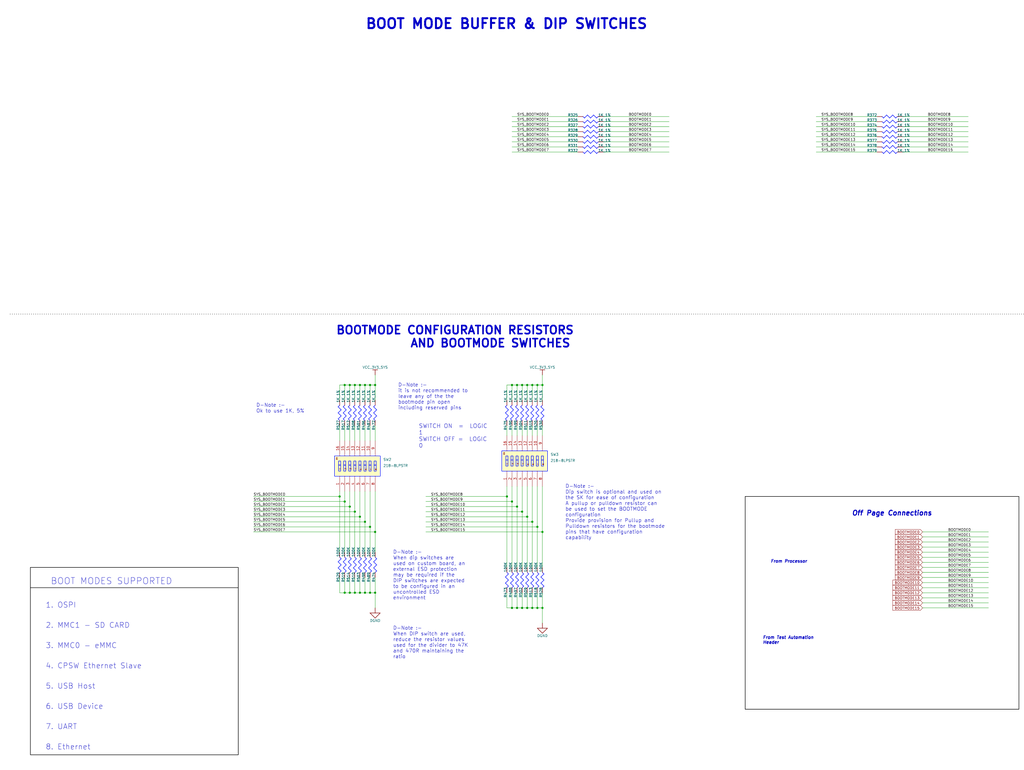
<source format=kicad_sch>
(kicad_sch (version 20231120) (generator "eeschema") (generator_version "8.0")
  (paper "User" 513.08 386.08)
  (junction (at 264.16 304.8))
  (junction (at 177.8 193.04))
  (junction (at 172.72 251.46))
  (junction (at 177.8 256.54))
  (junction (at 175.26 254))
  (junction (at 256.54 251.46))
  (junction (at 256.54 193.04))
  (junction (at 261.62 304.8))
  (junction (at 187.96 297.18))
  (junction (at 254 248.92))
  (junction (at 172.72 297.18))
  (junction (at 269.24 264.16))
  (junction (at 172.72 193.04))
  (junction (at 266.7 304.8))
  (junction (at 256.54 304.8))
  (junction (at 259.08 193.04))
  (junction (at 185.42 193.04))
  (junction (at 269.24 193.04))
  (junction (at 259.08 304.8))
  (junction (at 261.62 256.54))
  (junction (at 261.62 193.04))
  (junction (at 185.42 264.16))
  (junction (at 266.7 261.62))
  (junction (at 180.34 193.04))
  (junction (at 175.26 297.18))
  (junction (at 177.8 297.18))
  (junction (at 271.78 304.8))
  (junction (at 264.16 259.08))
  (junction (at 180.34 259.08))
  (junction (at 187.96 266.7))
  (junction (at 182.88 261.62))
  (junction (at 271.78 193.04))
  (junction (at 170.18 248.92))
  (junction (at 264.16 193.04))
  (junction (at 266.7 193.04))
  (junction (at 182.88 297.18))
  (junction (at 175.26 193.04))
  (junction (at 180.34 297.18))
  (junction (at 269.24 304.8))
  (junction (at 182.88 193.04))
  (junction (at 187.96 193.04))
  (junction (at 185.42 297.18))
  (junction (at 259.08 254))
  (junction (at 271.78 266.7))
  (wire (pts (xy 408.94 60.96) (xy 439.42 60.96)))
  (wire (pts (xy 170.18 220.98) (xy 170.18 213.36)))
  (wire (pts (xy 177.8 276.86) (xy 177.8 256.54)))
  (wire (pts (xy 170.18 276.86) (xy 170.18 248.92)))
  (wire (pts (xy 187.96 200.66) (xy 187.96 193.04)))
  (wire (pts (xy 180.34 297.18) (xy 180.34 289.56)))
  (wire (pts (xy 177.8 297.18) (xy 175.26 297.18)))
  (wire (pts (xy 177.8 220.98) (xy 177.8 213.36)))
  (wire (pts (xy 182.88 200.66) (xy 182.88 193.04)))
  (wire (pts (xy 187.96 220.98) (xy 187.96 213.36)))
  (wire (pts (xy 261.62 218.44) (xy 261.62 213.36)))
  (wire (pts (xy 495.3 304.8) (xy 462.28 304.8)))
  (wire (pts (xy 335.28 73.66) (xy 302.26 73.66)))
  (wire (pts (xy 259.08 218.44) (xy 259.08 213.36)))
  (polyline (pts (xy 15.24 294.64) (xy 119.38 294.64)) (stroke (width 0.254) (type solid) (color 0 0 0 1)))
  (wire (pts (xy 175.26 220.98) (xy 175.26 213.36)))
  (wire (pts (xy 264.16 218.44) (xy 264.16 213.36)))
  (wire (pts (xy 256.54 193.04) (xy 254 193.04)))
  (wire (pts (xy 335.28 63.5) (xy 302.26 63.5)))
  (wire (pts (xy 170.18 200.66) (xy 170.18 193.04)))
  (wire (pts (xy 177.8 297.18) (xy 177.8 289.56)))
  (wire (pts (xy 175.26 254) (xy 175.26 246.38)))
  (wire (pts (xy 485.14 71.12) (xy 452.12 71.12)))
  (wire (pts (xy 259.08 304.8) (xy 259.08 297.18)))
  (wire (pts (xy 485.14 68.58) (xy 452.12 68.58)))
  (wire (pts (xy 408.94 58.42) (xy 439.42 58.42)))
  (wire (pts (xy 271.78 200.66) (xy 271.78 193.04)))
  (wire (pts (xy 175.26 193.04) (xy 177.8 193.04)))
  (wire (pts (xy 266.7 304.8) (xy 269.24 304.8)))
  (wire (pts (xy 170.18 193.04) (xy 172.72 193.04)))
  (wire (pts (xy 495.3 266.7) (xy 462.28 266.7)))
  (wire (pts (xy 256.54 63.5) (xy 289.56 63.5)))
  (wire (pts (xy 495.3 297.18) (xy 462.28 297.18)))
  (wire (pts (xy 256.54 66.04) (xy 289.56 66.04)))
  (wire (pts (xy 185.42 193.04) (xy 187.96 193.04)))
  (wire (pts (xy 269.24 193.04) (xy 271.78 193.04)))
  (wire (pts (xy 170.18 248.92) (xy 127 248.92)))
  (wire (pts (xy 269.24 200.66) (xy 269.24 193.04)))
  (wire (pts (xy 495.3 271.78) (xy 462.28 271.78)))
  (wire (pts (xy 269.24 264.16) (xy 213.36 264.16)))
  (wire (pts (xy 261.62 193.04) (xy 264.16 193.04)))
  (wire (pts (xy 495.3 287.02) (xy 462.28 287.02)))
  (wire (pts (xy 180.34 220.98) (xy 180.34 213.36)))
  (wire (pts (xy 172.72 297.18) (xy 172.72 289.56)))
  (wire (pts (xy 259.08 304.8) (xy 261.62 304.8)))
  (wire (pts (xy 182.88 276.86) (xy 182.88 261.62)))
  (wire (pts (xy 180.34 297.18) (xy 177.8 297.18)))
  (wire (pts (xy 335.28 60.96) (xy 302.26 60.96)))
  (wire (pts (xy 495.3 281.94) (xy 462.28 281.94)))
  (wire (pts (xy 266.7 261.62) (xy 266.7 243.84)))
  (wire (pts (xy 495.3 284.48) (xy 462.28 284.48)))
  (wire (pts (xy 264.16 193.04) (xy 266.7 193.04)))
  (wire (pts (xy 266.7 218.44) (xy 266.7 213.36)))
  (wire (pts (xy 259.08 254) (xy 213.36 254)))
  (wire (pts (xy 261.62 200.66) (xy 261.62 193.04)))
  (wire (pts (xy 187.96 297.18) (xy 185.42 297.18)))
  (wire (pts (xy 172.72 251.46) (xy 172.72 246.38)))
  (wire (pts (xy 254 248.92) (xy 213.36 248.92)))
  (wire (pts (xy 180.34 259.08) (xy 127 259.08)))
  (wire (pts (xy 266.7 200.66) (xy 266.7 193.04)))
  (wire (pts (xy 259.08 254) (xy 259.08 243.84)))
  (wire (pts (xy 180.34 259.08) (xy 180.34 246.38)))
  (wire (pts (xy 264.16 200.66) (xy 264.16 193.04)))
  (wire (pts (xy 170.18 297.18) (xy 170.18 289.56)))
  (wire (pts (xy 266.7 261.62) (xy 213.36 261.62)))
  (wire (pts (xy 271.78 266.7) (xy 213.36 266.7)))
  (wire (pts (xy 259.08 193.04) (xy 261.62 193.04)))
  (wire (pts (xy 408.94 63.5) (xy 439.42 63.5)))
  (wire (pts (xy 175.26 200.66) (xy 175.26 193.04)))
  (wire (pts (xy 495.3 302.26) (xy 462.28 302.26)))
  (wire (pts (xy 180.34 200.66) (xy 180.34 193.04)))
  (wire (pts (xy 261.62 284.48) (xy 261.62 256.54)))
  (wire (pts (xy 264.16 259.08) (xy 264.16 243.84)))
  (wire (pts (xy 408.94 73.66) (xy 439.42 73.66)))
  (wire (pts (xy 170.18 248.92) (xy 170.18 246.38)))
  (wire (pts (xy 177.8 193.04) (xy 180.34 193.04)))
  (wire (pts (xy 187.96 304.8) (xy 187.96 297.18)))
  (wire (pts (xy 485.14 58.42) (xy 452.12 58.42)))
  (wire (pts (xy 185.42 276.86) (xy 185.42 264.16)))
  (wire (pts (xy 408.94 68.58) (xy 439.42 68.58)))
  (wire (pts (xy 335.28 76.2) (xy 302.26 76.2)))
  (wire (pts (xy 269.24 284.48) (xy 269.24 264.16)))
  (wire (pts (xy 408.94 71.12) (xy 439.42 71.12)))
  (wire (pts (xy 256.54 58.42) (xy 289.56 58.42)))
  (wire (pts (xy 175.26 297.18) (xy 172.72 297.18)))
  (wire (pts (xy 485.14 60.96) (xy 452.12 60.96)))
  (wire (pts (xy 256.54 76.2) (xy 289.56 76.2)))
  (wire (pts (xy 177.8 256.54) (xy 177.8 246.38)))
  (wire (pts (xy 172.72 251.46) (xy 127 251.46)))
  (wire (pts (xy 254 304.8) (xy 254 297.18)))
  (wire (pts (xy 408.94 76.2) (xy 439.42 76.2)))
  (wire (pts (xy 187.96 266.7) (xy 187.96 246.38)))
  (wire (pts (xy 185.42 264.16) (xy 185.42 246.38)))
  (wire (pts (xy 177.8 200.66) (xy 177.8 193.04)))
  (wire (pts (xy 271.78 193.04) (xy 271.78 187.96)))
  (wire (pts (xy 180.34 276.86) (xy 180.34 259.08)))
  (wire (pts (xy 256.54 218.44) (xy 256.54 213.36)))
  (wire (pts (xy 495.3 269.24) (xy 462.28 269.24)))
  (wire (pts (xy 264.16 259.08) (xy 213.36 259.08)))
  (wire (pts (xy 264.16 284.48) (xy 264.16 259.08)))
  (wire (pts (xy 254 284.48) (xy 254 248.92)))
  (wire (pts (xy 271.78 304.8) (xy 271.78 297.18)))
  (wire (pts (xy 182.88 297.18) (xy 180.34 297.18)))
  (wire (pts (xy 256.54 200.66) (xy 256.54 193.04)))
  (wire (pts (xy 185.42 297.18) (xy 182.88 297.18)))
  (wire (pts (xy 259.08 200.66) (xy 259.08 193.04)))
  (wire (pts (xy 256.54 71.12) (xy 289.56 71.12)))
  (wire (pts (xy 269.24 304.8) (xy 269.24 297.18)))
  (wire (pts (xy 485.14 66.04) (xy 452.12 66.04)))
  (wire (pts (xy 175.26 276.86) (xy 175.26 254)))
  (wire (pts (xy 256.54 251.46) (xy 213.36 251.46)))
  (wire (pts (xy 175.26 254) (xy 127 254)))
  (wire (pts (xy 256.54 73.66) (xy 289.56 73.66)))
  (wire (pts (xy 254 218.44) (xy 254 213.36)))
  (wire (pts (xy 269.24 218.44) (xy 269.24 213.36)))
  (wire (pts (xy 271.78 266.7) (xy 271.78 243.84)))
  (wire (pts (xy 256.54 304.8) (xy 254 304.8)))
  (wire (pts (xy 335.28 58.42) (xy 302.26 58.42)))
  (wire (pts (xy 185.42 220.98) (xy 185.42 213.36)))
  (wire (pts (xy 271.78 312.42) (xy 271.78 304.8)))
  (wire (pts (xy 335.28 66.04) (xy 302.26 66.04)))
  (wire (pts (xy 254 248.92) (xy 254 243.84)))
  (wire (pts (xy 187.96 266.7) (xy 127 266.7)))
  (wire (pts (xy 182.88 297.18) (xy 182.88 289.56)))
  (wire (pts (xy 185.42 200.66) (xy 185.42 193.04)))
  (wire (pts (xy 335.28 68.58) (xy 302.26 68.58)))
  (polyline (pts (xy 5.08 157.48) (xy 513.08 157.48)) (stroke (width 0.254) (type dot) (color 0 0 0 1)))
  (wire (pts (xy 485.14 73.66) (xy 452.12 73.66)))
  (wire (pts (xy 172.72 200.66) (xy 172.72 193.04)))
  (wire (pts (xy 264.16 304.8) (xy 264.16 297.18)))
  (wire (pts (xy 182.88 220.98) (xy 182.88 213.36)))
  (wire (pts (xy 185.42 297.18) (xy 185.42 289.56)))
  (wire (pts (xy 187.96 276.86) (xy 187.96 266.7)))
  (wire (pts (xy 495.3 294.64) (xy 462.28 294.64)))
  (wire (pts (xy 261.62 256.54) (xy 261.62 243.84)))
  (wire (pts (xy 495.3 276.86) (xy 462.28 276.86)))
  (wire (pts (xy 261.62 256.54) (xy 213.36 256.54)))
  (wire (pts (xy 335.28 71.12) (xy 302.26 71.12)))
  (wire (pts (xy 172.72 276.86) (xy 172.72 251.46)))
  (wire (pts (xy 177.8 256.54) (xy 127 256.54)))
  (wire (pts (xy 187.96 193.04) (xy 187.96 187.96)))
  (wire (pts (xy 266.7 304.8) (xy 266.7 297.18)))
  (wire (pts (xy 256.54 60.96) (xy 289.56 60.96)))
  (wire (pts (xy 182.88 261.62) (xy 127 261.62)))
  (wire (pts (xy 256.54 297.18) (xy 256.54 304.8)))
  (wire (pts (xy 485.14 76.2) (xy 452.12 76.2)))
  (wire (pts (xy 266.7 284.48) (xy 266.7 261.62)))
  (wire (pts (xy 172.72 297.18) (xy 170.18 297.18)))
  (wire (pts (xy 172.72 220.98) (xy 172.72 213.36)))
  (wire (pts (xy 269.24 264.16) (xy 269.24 243.84)))
  (wire (pts (xy 269.24 304.8) (xy 271.78 304.8)))
  (wire (pts (xy 259.08 284.48) (xy 259.08 254)))
  (wire (pts (xy 185.42 264.16) (xy 127 264.16)))
  (wire (pts (xy 256.54 304.8) (xy 259.08 304.8)))
  (wire (pts (xy 261.62 304.8) (xy 264.16 304.8)))
  (wire (pts (xy 254 193.04) (xy 254 200.66)))
  (wire (pts (xy 495.3 299.72) (xy 462.28 299.72)))
  (wire (pts (xy 495.3 274.32) (xy 462.28 274.32)))
  (wire (pts (xy 495.3 292.1) (xy 462.28 292.1)))
  (wire (pts (xy 271.78 284.48) (xy 271.78 266.7)))
  (wire (pts (xy 256.54 251.46) (xy 256.54 243.84)))
  (wire (pts (xy 261.62 304.8) (xy 261.62 297.18)))
  (wire (pts (xy 256.54 193.04) (xy 259.08 193.04)))
  (wire (pts (xy 495.3 289.56) (xy 462.28 289.56)))
  (wire (pts (xy 485.14 63.5) (xy 452.12 63.5)))
  (wire (pts (xy 256.54 68.58) (xy 289.56 68.58)))
  (wire (pts (xy 187.96 297.18) (xy 187.96 289.56)))
  (wire (pts (xy 182.88 261.62) (xy 182.88 246.38)))
  (wire (pts (xy 256.54 284.48) (xy 256.54 251.46)))
  (wire (pts (xy 264.16 304.8) (xy 266.7 304.8)))
  (wire (pts (xy 182.88 193.04) (xy 185.42 193.04)))
  (wire (pts (xy 408.94 66.04) (xy 439.42 66.04)))
  (wire (pts (xy 172.72 193.04) (xy 175.26 193.04)))
  (wire (pts (xy 180.34 193.04) (xy 182.88 193.04)))
  (wire (pts (xy 495.3 279.4) (xy 462.28 279.4)))
  (wire (pts (xy 271.78 218.44) (xy 271.78 213.36)))
  (wire (pts (xy 175.26 297.18) (xy 175.26 289.56)))
  (wire (pts (xy 266.7 193.04) (xy 269.24 193.04)))
  (rectangle (start 510.54 248.92) (end 373.38 355.6) (stroke (width 0.254) (color 0 0 0 1)))
  (rectangle (start 119.38 284.48) (end 15.24 378.46) (stroke (width 0.254) (color 0 0 0 1)))
  (text_box "D-Note :-\nit is not recommended to\nleave any of the the\nbootmode pin open\nincluding reserved pins" (at 247.904 208.28 0) (size -49.784 -17.78) (stroke (width -0.0001) (color 0 0 0 1)) (effects (font (size 1.778 1.778)) (justify left top)))
  (text_box "SWITCH ON  =  LOGIC 1\nSWITCH OFF =  LOGIC 0" (at 248.412 218.948 0) (size -40.132 -8.128) (stroke (width -0.0001) (color 0 0 0 1)) (effects (font (size 2.032 2.032)) (justify left top)))
  (text_box "BOOTMODE CONFIGURATION RESISTORS \n            AND BOOTMODE SWITCHES" (at 299.72 176.276 0) (size -134.62 -16.256) (stroke (width -0.0001) (color 0 0 0 1)) (effects (font (size 4.064 4.064) (bold yes)) (justify left top)))
  (text_box "D-Note :-\nDip switch is optional and used on\nthe SK for ease of configuration\nA pullup or pulldown resistor can\nbe used to set the BOOTMODE\nconfiguration\nProvide provision for Pullup and\nPulldown resistors for the bootmode\npins that have configuration\ncapability" (at 354.076 276.86 0) (size -72.136 -35.56) (stroke (width -0.0001) (color 0 0 0 1)) (effects (font (size 1.778 1.778)) (justify left top)))
  (text_box "D-Note :-\nOk to use 1K, 5%" (at 160.528 207.772 0) (size -33.528 -7.112) (stroke (width -0.0001) (color 0 0 0 1)) (effects (font (size 1.778 1.778)) (justify left top)))
  (text_box "D-Note :-\nWhen dip switches are\nused on custom board, an\nexternal ESD protection\nmay be required if the\nDIP switches are expected\nto be configured in an \nuncontrolled ESD\nenvironment" (at 247.396 306.324 0) (size -51.816 -32.004) (stroke (width -0.0001) (color 0 0 0 1)) (effects (font (size 1.778 1.778)) (justify left top)))
  (text_box "D-Note :-\nWhen DIP switch are used,\nreduce the resistor values\nused for the divider to 47K\nand 470R maintaining the\nratio" (at 251.46 333.756 0) (size -55.88 -21.336) (stroke (width -0.0001) (color 0 0 0 1)) (effects (font (size 1.778 1.778)) (justify left top)))
  (text_box "From Test Automation \nHeader" (at 419.1 323.596 0) (size -38.1 -6.096) (stroke (width -0.0001) (color 0 0 0 1)) (effects (font (size 1.524 1.524) (bold yes) (italic yes)) (justify left top)))
  (text "BOOT MODES SUPPORTED" (at 25.4 293.37 0) (effects (font (size 3.175 3.175)) (justify left bottom)))
  (text "Off Page Connections" (at 426.72 258.826 0) (effects (font (size 2.413 2.413) (bold yes) (italic yes)) (justify left bottom)))
  (text "1. OSPI" (at 22.86 305.054 0) (effects (font (size 2.667 2.667)) (justify left bottom)))
  (text "6. USB Device" (at 22.86 355.854 0) (effects (font (size 2.667 2.667)) (justify left bottom)))
  (text "3. MMC0 - eMMC" (at 22.86 325.374 0) (effects (font (size 2.667 2.667)) (justify left bottom)))
  (text "BOOT MODE BUFFER & DIP SWITCHES" (at 182.88 14.986 0) (effects (font (size 4.953 4.953) (bold yes)) (justify left bottom)))
  (text "From Processor" (at 386.08 282.448 0) (effects (font (size 1.524 1.524) (bold yes) (italic yes)) (justify left bottom)))
  (text "8. Ethernet" (at 22.86 376.174 0) (effects (font (size 2.667 2.667)) (justify left bottom)))
  (text "4. CPSW Ethernet Slave" (at 22.86 335.534 0) (effects (font (size 2.667 2.667)) (justify left bottom)))
  (text "7. UART" (at 22.86 366.014 0) (effects (font (size 2.667 2.667)) (justify left bottom)))
  (text "2. MMC1 - SD CARD" (at 22.86 315.214 0) (effects (font (size 2.667 2.667)) (justify left bottom)))
  (text "5. USB Host" (at 22.86 345.694 0) (effects (font (size 2.667 2.667)) (justify left bottom)))
  (label "SYS_BOOTMODE1" (at 259.08 60.96 0))
  (label "SYS_BOOTMODE12" (at 411.48 68.58 0))
  (label "SYS_BOOTMODE7" (at 127 266.7 0))
  (label "BOOTMODE12" (at 464.82 68.58 0))
  (label "SYS_BOOTMODE4" (at 127 259.08 0))
  (label "BOOTMODE0" (at 314.96 58.42 0))
  (label "SYS_BOOTMODE3" (at 127 256.54 0))
  (label "BOOTMODE10" (at 474.98 292.1 0))
  (label "SYS_BOOTMODE1" (at 127 251.46 0))
  (label "BOOTMODE6" (at 474.98 281.94 0))
  (label "SYS_BOOTMODE2" (at 259.08 63.5 0))
  (label "BOOTMODE13" (at 474.98 299.72 0))
  (label "BOOTMODE13" (at 464.82 71.12 0))
  (label "BOOTMODE14" (at 464.82 73.66 0))
  (label "BOOTMODE9" (at 464.82 60.96 0))
  (label "BOOTMODE8" (at 464.82 58.42 0))
  (label "BOOTMODE11" (at 464.82 66.04 0))
  (label "BOOTMODE15" (at 464.82 76.2 0))
  (label "BOOTMODE0" (at 474.98 266.7 0))
  (label "SYS_BOOTMODE3" (at 259.08 66.04 0))
  (label "BOOTMODE1" (at 474.98 269.24 0))
  (label "SYS_BOOTMODE8" (at 215.9 248.92 0))
  (label "BOOTMODE7" (at 474.98 284.48 0))
  (label "BOOTMODE7" (at 314.96 76.2 0))
  (label "SYS_BOOTMODE15" (at 411.48 76.2 0))
  (label "SYS_BOOTMODE4" (at 259.08 68.58 0))
  (label "SYS_BOOTMODE14" (at 411.48 73.66 0))
  (label "SYS_BOOTMODE10" (at 215.9 254 0))
  (label "BOOTMODE1" (at 314.96 60.96 0))
  (label "SYS_BOOTMODE9" (at 411.48 60.96 0))
  (label "SYS_BOOTMODE10" (at 411.48 63.5 0))
  (label "BOOTMODE8" (at 474.98 287.02 0))
  (label "BOOTMODE12" (at 474.98 297.18 0))
  (label "SYS_BOOTMODE7" (at 259.08 76.2 0))
  (label "SYS_BOOTMODE6" (at 259.08 73.66 0))
  (label "BOOTMODE15" (at 474.98 304.8 0))
  (label "SYS_BOOTMODE14" (at 215.9 264.16 0))
  (label "SYS_BOOTMODE0" (at 127 248.92 0))
  (label "SYS_BOOTMODE6" (at 127 264.16 0))
  (label "BOOTMODE14" (at 474.98 302.26 0))
  (label "SYS_BOOTMODE2" (at 127 254 0))
  (label "BOOTMODE2" (at 474.98 271.78 0))
  (label "BOOTMODE3" (at 314.96 66.04 0))
  (label "BOOTMODE6" (at 314.96 73.66 0))
  (label "BOOTMODE3" (at 474.98 274.32 0))
  (label "SYS_BOOTMODE13" (at 215.9 261.62 0))
  (label "SYS_BOOTMODE11" (at 411.48 66.04 0))
  (label "BOOTMODE11" (at 474.98 294.64 0))
  (label "BOOTMODE4" (at 314.96 68.58 0))
  (label "BOOTMODE2" (at 314.96 63.5 0))
  (label "BOOTMODE9" (at 474.98 289.56 0))
  (label "SYS_BOOTMODE15" (at 215.9 266.7 0))
  (label "BOOTMODE4" (at 474.98 276.86 0))
  (label "SYS_BOOTMODE5" (at 127 261.62 0))
  (label "BOOTMODE10" (at 464.82 63.5 0))
  (label "SYS_BOOTMODE13" (at 411.48 71.12 0))
  (label "SYS_BOOTMODE0" (at 259.08 58.42 0))
  (label "BOOTMODE5" (at 474.98 279.4 0))
  (label "SYS_BOOTMODE9" (at 215.9 251.46 0))
  (label "SYS_BOOTMODE5" (at 259.08 71.12 0))
  (label "SYS_BOOTMODE12" (at 215.9 259.08 0))
  (label "BOOTMODE5" (at 314.96 71.12 0))
  (label "SYS_BOOTMODE11" (at 215.9 256.54 0))
  (label "SYS_BOOTMODE8" (at 411.48 58.42 0))
  (global_label "BOOTMODE2" (shape input) (at 462.28 271.78 180) (property "Intersheetrefs" "${INTERSHEET_REFS}" (effects (hide yes))))
  (global_label "BOOTMODE15" (shape input) (at 462.28 304.8 180) (property "Intersheetrefs" "${INTERSHEET_REFS}" (effects (hide yes))))
  (global_label "BOOTMODE0" (shape input) (at 462.28 266.7 180) (property "Intersheetrefs" "${INTERSHEET_REFS}" (effects (hide yes))))
  (global_label "BOOTMODE10" (shape input) (at 462.28 292.1 180) (property "Intersheetrefs" "${INTERSHEET_REFS}" (effects (hide yes))))
  (global_label "BOOTMODE6" (shape input) (at 462.28 281.94 180) (property "Intersheetrefs" "${INTERSHEET_REFS}" (effects (hide yes))))
  (global_label "BOOTMODE9" (shape input) (at 462.28 289.56 180) (property "Intersheetrefs" "${INTERSHEET_REFS}" (effects (hide yes))))
  (global_label "BOOTMODE4" (shape input) (at 462.28 276.86 180) (property "Intersheetrefs" "${INTERSHEET_REFS}" (effects (hide yes))))
  (global_label "BOOTMODE11" (shape input) (at 462.28 294.64 180) (property "Intersheetrefs" "${INTERSHEET_REFS}" (effects (hide yes))))
  (global_label "BOOTMODE7" (shape input) (at 462.28 284.48 180) (property "Intersheetrefs" "${INTERSHEET_REFS}" (effects (hide yes))))
  (global_label "BOOTMODE5" (shape input) (at 462.28 279.4 180) (property "Intersheetrefs" "${INTERSHEET_REFS}" (effects (hide yes))))
  (global_label "BOOTMODE12" (shape input) (at 462.28 297.18 180) (property "Intersheetrefs" "${INTERSHEET_REFS}" (effects (hide yes))))
  (global_label "BOOTMODE1" (shape input) (at 462.28 269.24 180) (property "Intersheetrefs" "${INTERSHEET_REFS}" (effects (hide yes))))
  (global_label "BOOTMODE13" (shape input) (at 462.28 299.72 180) (property "Intersheetrefs" "${INTERSHEET_REFS}" (effects (hide yes))))
  (global_label "BOOTMODE8" (shape input) (at 462.28 287.02 180) (property "Intersheetrefs" "${INTERSHEET_REFS}" (effects (hide yes))))
  (global_label "BOOTMODE3" (shape input) (at 462.28 274.32 180) (property "Intersheetrefs" "${INTERSHEET_REFS}" (effects (hide yes))))
  (global_label "BOOTMODE14" (shape input) (at 462.28 302.26 180) (property "Intersheetrefs" "${INTERSHEET_REFS}" (effects (hide yes))))
  (symbol (lib_id "20-altium-import:root_3_RESISTOR_Dup5") (at 299.72 66.04 0) (unit 1)
    (property "Reference" "R329" (at 284.48 68.58 0) (effects (justify left bottom)))
    (property "Value" "1K_1%" (at 299.72 68.58 0) (effects (justify left bottom)))
    (property "Footprint" "RES0402_0-5" (effects (hide yes)))
    (property "Description" "RES 1K 1/10W 1% 0402" (effects (hide yes)))
    (property "PCB FOOTPRINT" "RES0402_0-5" (effects (hide yes)))
    (property "CUSTOM_DUTY" "15%" (effects (hide yes)))
    (property "CUSTOMS_HS_CODE" "85332119" (effects (hide yes)))
    (property "CHKD/DATE" "VASANTHA/281216" (effects (hide yes)))
    (property "CRTD /DATE" "MAZHAR/150506" (effects (hide yes)))
    (property "DATASHEET" "Y~{:}MIS_DATABAS~{E}DATASHEET~{S}RESISTOR~{S}PAN-ERJSER_NOV17.PDF" (effects (hide yes)))
    (property "TEMPERATURE" "-55癈+155癈" (effects (hide yes)))
    (property "WEIGHT" "0.8mg" (effects (hide yes)))
    (property "HEIGHT" "0.40MM" (effects (hide yes)))
    (property "DISTRIBUTOR_PART_NUMBER" "P1.00KLCT-ND" (effects (hide yes)))
    (property "DISTRIBUTOR_NAME" "DIGIKEY" (effects (hide yes)))
    (property "PACKAGE" "0402" (effects (hide yes)))
    (property "WATTAGE" "1/10W" (effects (hide yes)))
    (property "VOLTAGE" "NA" (effects (hide yes)))
    (property "TOLERANCE" "1%" (effects (hide yes)))
    (property "PART_TYPE" "RESISTOR~{S}FIXED" (effects (hide yes)))
    (property "MFR_PART_NUMBER" "ERJ-2RKF1001X" (effects (hide yes)))
    (property "MFR_NAME" "PANASONIC-ECG" (effects (hide yes)))
    (property "PROJECT" "VOCERA" (effects (hide yes)))
    (property "MISTRAL PART NO" "110009030411-R" (effects (hide yes)))
    (property "LIBRARY REF" "RESISTOR" (effects (hide yes)))
    (property "FOOTPRINT REF" "RES0402_0-5" (effects (hide yes)))
    (property "MECHANICAL 3D STEP FILE" "RES0402_0-5" (effects (hide yes)))
    (property "LIBRARY PATH" "Y~{:}MIS_DATABAS~{E}Librar~{y}ALTIUM_TOO~{L}SCHEMATICS_PART~{S}MS_DISCRETE_Library.schlib" (effects (hide yes)))
    (property "FOOTPRINT PATH" "Y~{:}MIS_DATABAS~{E}Librar~{y}ALTIUM_TOO~{L}PCB_FOOTPRINT~{S}Altium_Footprint_Lib.PcbLib" (effects (hide yes)))
  )
  (symbol (lib_id "20-altium-import:root_0_RESISTOR_Dup5") (at 251.46 287.02 0) (unit 1)
    (property "Reference" "R473" (at 254 299.583 90) (effects (justify left bottom)))
    (property "Value" "100K" (at 254 286.883 90) (effects (justify left bottom)))
    (property "Footprint" "RES0402_0-5" (effects (hide yes)))
    (property "Description" "RES 100K 1/16W 5% 0402" (effects (hide yes)))
    (property "PCB FOOTPRINT" "RES0402_0-5" (effects (hide yes)))
    (property "FOOTPRINT PATH" "Y~{:}MIS_DATABAS~{E}Librar~{y}ALTIUM_TOO~{L}PCB_FOOTPRINT~{S}Altium_Footprint_Lib.PcbLib" (effects (hide yes)))
    (property "LIBRARY PATH" "Y~{:}MIS_DATABAS~{E}Librar~{y}ALTIUM_TOO~{L}SCHEMATICS_PART~{S}MS_DISCRETE_Library.schlib" (effects (hide yes)))
    (property "FOOTPRINT REF" "RES0402_0-5" (effects (hide yes)))
    (property "LIBRARY REF" "RESISTOR" (effects (hide yes)))
    (property "MECHANICAL 3D STEP FILE" "RES0402_0-5" (effects (hide yes)))
    (property "CUSTOM_DUTY" "15%" (effects (hide yes)))
    (property "CUSTOMS_HS_CODE" "85332119" (effects (hide yes)))
    (property "CHKD/DATE" "VASANTHA/061216" (effects (hide yes)))
    (property "CRTD /DATE" "BAVISH/010611" (effects (hide yes)))
    (property "DATASHEET" "Y~{:}MIS_DATABAS~{E}DATASHEET~{S}RESISTOR~{S}CRCW0603.PDF" (effects (hide yes)))
    (property "TEMPERATURE" "-55癈+155癈" (effects (hide yes)))
    (property "WEIGHT" "0.65mg" (effects (hide yes)))
    (property "HEIGHT" "0.40MM" (effects (hide yes)))
    (property "DISTRIBUTOR_PART_NUMBER" "541-100KJCT-ND" (effects (hide yes)))
    (property "DISTRIBUTOR_NAME" "DIGIKEY" (effects (hide yes)))
    (property "PACKAGE" "0402" (effects (hide yes)))
    (property "WATTAGE" "1/16W" (effects (hide yes)))
    (property "VOLTAGE" "NA" (effects (hide yes)))
    (property "TOLERANCE" "5%" (effects (hide yes)))
    (property "PART_TYPE" "RESISTOR~{S}FIXED" (effects (hide yes)))
    (property "MFR_PART_NUMBER" "CRCW0402100KJNED" (effects (hide yes)))
    (property "MFR_NAME" "VISHAY" (effects (hide yes)))
    (property "PROJECT" "AM4515_EVM_LCD" (effects (hide yes)))
    (property "MISTRAL PART NO" "110011060002-R" (effects (hide yes)))
  )
  (symbol (lib_id "20-altium-import:VCC_3V3_SYS_BAR") (at 271.78 187.96 180) (unit 1)
    (property "Reference" "#PWR?" (effects (hide yes)))
    (property "Value" "VCC_3V3_SYS" (at 271.78 184.15 0))
  )
  (symbol (lib_id "20-altium-import:root_3_RESISTOR_Dup5") (at 449.58 66.04 0) (unit 1)
    (property "Reference" "R376" (at 434.34 68.58 0) (effects (justify left bottom)))
    (property "Value" "1K_1%" (at 449.58 68.58 0) (effects (justify left bottom)))
    (property "Footprint" "RES0402_0-5" (effects (hide yes)))
    (property "Description" "RES 1K 1/10W 1% 0402" (effects (hide yes)))
    (property "PCB FOOTPRINT" "RES0402_0-5" (effects (hide yes)))
    (property "FOOTPRINT PATH" "Y~{:}MIS_DATABAS~{E}Librar~{y}ALTIUM_TOO~{L}PCB_FOOTPRINT~{S}Altium_Footprint_Lib.PcbLib" (effects (hide yes)))
    (property "LIBRARY PATH" "Y~{:}MIS_DATABAS~{E}Librar~{y}ALTIUM_TOO~{L}SCHEMATICS_PART~{S}MS_DISCRETE_Library.schlib" (effects (hide yes)))
    (property "MECHANICAL 3D STEP FILE" "RES0402_0-5" (effects (hide yes)))
    (property "FOOTPRINT REF" "RES0402_0-5" (effects (hide yes)))
    (property "LIBRARY REF" "RESISTOR" (effects (hide yes)))
    (property "MISTRAL PART NO" "110009030411-R" (effects (hide yes)))
    (property "PROJECT" "VOCERA" (effects (hide yes)))
    (property "MFR_NAME" "PANASONIC-ECG" (effects (hide yes)))
    (property "MFR_PART_NUMBER" "ERJ-2RKF1001X" (effects (hide yes)))
    (property "PART_TYPE" "RESISTOR~{S}FIXED" (effects (hide yes)))
    (property "TOLERANCE" "1%" (effects (hide yes)))
    (property "VOLTAGE" "NA" (effects (hide yes)))
    (property "WATTAGE" "1/10W" (effects (hide yes)))
    (property "PACKAGE" "0402" (effects (hide yes)))
    (property "DISTRIBUTOR_NAME" "DIGIKEY" (effects (hide yes)))
    (property "DISTRIBUTOR_PART_NUMBER" "P1.00KLCT-ND" (effects (hide yes)))
    (property "HEIGHT" "0.40MM" (effects (hide yes)))
    (property "WEIGHT" "0.8mg" (effects (hide yes)))
    (property "TEMPERATURE" "-55癈+155癈" (effects (hide yes)))
    (property "DATASHEET" "Y~{:}MIS_DATABAS~{E}DATASHEET~{S}RESISTOR~{S}PAN-ERJSER_NOV17.PDF" (effects (hide yes)))
    (property "CRTD /DATE" "MAZHAR/150506" (effects (hide yes)))
    (property "CHKD/DATE" "VASANTHA/281216" (effects (hide yes)))
    (property "CUSTOMS_HS_CODE" "85332119" (effects (hide yes)))
    (property "CUSTOM_DUTY" "15%" (effects (hide yes)))
  )
  (symbol (lib_id "20-altium-import:root_0_RESISTOR_Dup5") (at 182.88 279.4 0) (unit 1)
    (property "Reference" "R489" (at 185.42 291.963 90) (effects (justify left bottom)))
    (property "Value" "100K" (at 185.42 279.263 90) (effects (justify left bottom)))
    (property "Footprint" "RES0402_0-5" (effects (hide yes)))
    (property "Description" "RES 100K 1/16W 5% 0402" (effects (hide yes)))
    (property "PCB FOOTPRINT" "RES0402_0-5" (effects (hide yes)))
    (property "FOOTPRINT PATH" "Y~{:}MIS_DATABAS~{E}Librar~{y}ALTIUM_TOO~{L}PCB_FOOTPRINT~{S}Altium_Footprint_Lib.PcbLib" (effects (hide yes)))
    (property "LIBRARY PATH" "Y~{:}MIS_DATABAS~{E}Librar~{y}ALTIUM_TOO~{L}SCHEMATICS_PART~{S}MS_DISCRETE_Library.schlib" (effects (hide yes)))
    (property "FOOTPRINT REF" "RES0402_0-5" (effects (hide yes)))
    (property "LIBRARY REF" "RESISTOR" (effects (hide yes)))
    (property "MECHANICAL 3D STEP FILE" "RES0402_0-5" (effects (hide yes)))
    (property "CUSTOM_DUTY" "15%" (effects (hide yes)))
    (property "CUSTOMS_HS_CODE" "85332119" (effects (hide yes)))
    (property "CHKD/DATE" "VASANTHA/061216" (effects (hide yes)))
    (property "CRTD /DATE" "BAVISH/010611" (effects (hide yes)))
    (property "DATASHEET" "Y~{:}MIS_DATABAS~{E}DATASHEET~{S}RESISTOR~{S}CRCW0603.PDF" (effects (hide yes)))
    (property "TEMPERATURE" "-55癈+155癈" (effects (hide yes)))
    (property "WEIGHT" "0.65mg" (effects (hide yes)))
    (property "HEIGHT" "0.40MM" (effects (hide yes)))
    (property "DISTRIBUTOR_PART_NUMBER" "541-100KJCT-ND" (effects (hide yes)))
    (property "DISTRIBUTOR_NAME" "DIGIKEY" (effects (hide yes)))
    (property "PACKAGE" "0402" (effects (hide yes)))
    (property "WATTAGE" "1/16W" (effects (hide yes)))
    (property "VOLTAGE" "NA" (effects (hide yes)))
    (property "TOLERANCE" "5%" (effects (hide yes)))
    (property "PART_TYPE" "RESISTOR~{S}FIXED" (effects (hide yes)))
    (property "MFR_PART_NUMBER" "CRCW0402100KJNED" (effects (hide yes)))
    (property "MFR_NAME" "VISHAY" (effects (hide yes)))
    (property "PROJECT" "AM4515_EVM_LCD" (effects (hide yes)))
    (property "MISTRAL PART NO" "110011060002-R" (effects (hide yes)))
  )
  (symbol (lib_id "20-altium-import:root_0_RESISTOR_Dup5") (at 264.16 287.02 0) (unit 1)
    (property "Reference" "R513" (at 266.7 299.583 90) (effects (justify left bottom)))
    (property "Value" "100K" (at 266.7 286.883 90) (effects (justify left bottom)))
    (property "Footprint" "RES0402_0-5" (effects (hide yes)))
    (property "Description" "RES 100K 1/16W 5% 0402" (effects (hide yes)))
    (property "PCB FOOTPRINT" "RES0402_0-5" (effects (hide yes)))
    (property "FOOTPRINT PATH" "Y~{:}MIS_DATABAS~{E}Librar~{y}ALTIUM_TOO~{L}PCB_FOOTPRINT~{S}Altium_Footprint_Lib.PcbLib" (effects (hide yes)))
    (property "LIBRARY PATH" "Y~{:}MIS_DATABAS~{E}Librar~{y}ALTIUM_TOO~{L}SCHEMATICS_PART~{S}MS_DISCRETE_Library.schlib" (effects (hide yes)))
    (property "FOOTPRINT REF" "RES0402_0-5" (effects (hide yes)))
    (property "MISTRAL PART NO" "110011060002-R" (effects (hide yes)))
    (property "PROJECT" "AM4515_EVM_LCD" (effects (hide yes)))
    (property "MFR_NAME" "VISHAY" (effects (hide yes)))
    (property "MFR_PART_NUMBER" "CRCW0402100KJNED" (effects (hide yes)))
    (property "PART_TYPE" "RESISTOR~{S}FIXED" (effects (hide yes)))
    (property "TOLERANCE" "5%" (effects (hide yes)))
    (property "VOLTAGE" "NA" (effects (hide yes)))
    (property "WATTAGE" "1/16W" (effects (hide yes)))
    (property "PACKAGE" "0402" (effects (hide yes)))
    (property "DISTRIBUTOR_NAME" "DIGIKEY" (effects (hide yes)))
    (property "DISTRIBUTOR_PART_NUMBER" "541-100KJCT-ND" (effects (hide yes)))
    (property "HEIGHT" "0.40MM" (effects (hide yes)))
    (property "WEIGHT" "0.65mg" (effects (hide yes)))
    (property "TEMPERATURE" "-55癈+155癈" (effects (hide yes)))
    (property "DATASHEET" "Y~{:}MIS_DATABAS~{E}DATASHEET~{S}RESISTOR~{S}CRCW0603.PDF" (effects (hide yes)))
    (property "CRTD /DATE" "BAVISH/010611" (effects (hide yes)))
    (property "CHKD/DATE" "VASANTHA/061216" (effects (hide yes)))
    (property "CUSTOMS_HS_CODE" "85332119" (effects (hide yes)))
    (property "CUSTOM_DUTY" "15%" (effects (hide yes)))
    (property "MECHANICAL 3D STEP FILE" "RES0402_0-5" (effects (hide yes)))
    (property "LIBRARY REF" "RESISTOR" (effects (hide yes)))
  )
  (symbol (lib_id "20-altium-import:root_2_RESISTOR_Dup5") (at 256.54 210.82 0) (unit 1)
    (property "Reference" "R475" (at 254 215.763 90) (effects (justify left bottom)))
    (property "Value" "1K_1%" (at 254 201.871 90) (effects (justify left bottom)))
    (property "Footprint" "RES0402_0-5" (effects (hide yes)))
    (property "Description" "RES 1K 1/10W 1% 0402" (effects (hide yes)))
    (property "PCB FOOTPRINT" "RES0402_0-5" (effects (hide yes)))
    (property "CUSTOM_DUTY" "15%" (effects (hide yes)))
    (property "CUSTOMS_HS_CODE" "85332119" (effects (hide yes)))
    (property "CHKD/DATE" "VASANTHA/281216" (effects (hide yes)))
    (property "CRTD /DATE" "MAZHAR/150506" (effects (hide yes)))
    (property "DATASHEET" "Y~{:}MIS_DATABAS~{E}DATASHEET~{S}RESISTOR~{S}PAN-ERJSER_NOV17.PDF" (effects (hide yes)))
    (property "TEMPERATURE" "-55癈+155癈" (effects (hide yes)))
    (property "WEIGHT" "0.8mg" (effects (hide yes)))
    (property "HEIGHT" "0.40MM" (effects (hide yes)))
    (property "DISTRIBUTOR_PART_NUMBER" "P1.00KLCT-ND" (effects (hide yes)))
    (property "DISTRIBUTOR_NAME" "DIGIKEY" (effects (hide yes)))
    (property "PACKAGE" "0402" (effects (hide yes)))
    (property "WATTAGE" "1/10W" (effects (hide yes)))
    (property "VOLTAGE" "NA" (effects (hide yes)))
    (property "TOLERANCE" "1%" (effects (hide yes)))
    (property "PART_TYPE" "RESISTOR~{S}FIXED" (effects (hide yes)))
    (property "MFR_PART_NUMBER" "ERJ-2RKF1001X" (effects (hide yes)))
    (property "MFR_NAME" "PANASONIC-ECG" (effects (hide yes)))
    (property "PROJECT" "VOCERA" (effects (hide yes)))
    (property "MISTRAL PART NO" "110009030411-R" (effects (hide yes)))
    (property "LIBRARY REF" "RESISTOR" (effects (hide yes)))
    (property "FOOTPRINT REF" "RES0402_0-5" (effects (hide yes)))
    (property "MECHANICAL 3D STEP FILE" "RES0402_0-5" (effects (hide yes)))
    (property "LIBRARY PATH" "Y~{:}MIS_DATABAS~{E}Librar~{y}ALTIUM_TOO~{L}SCHEMATICS_PART~{S}MS_DISCRETE_Library.schlib" (effects (hide yes)))
    (property "FOOTPRINT PATH" "Y~{:}MIS_DATABAS~{E}Librar~{y}ALTIUM_TOO~{L}PCB_FOOTPRINT~{S}Altium_Footprint_Lib.PcbLib" (effects (hide yes)))
  )
  (symbol (lib_id "20-altium-import:root_3_RESISTOR_Dup5") (at 299.72 68.58 0) (unit 1)
    (property "Reference" "R330" (at 284.48 71.12 0) (effects (justify left bottom)))
    (property "Value" "1K_1%" (at 299.72 71.12 0) (effects (justify left bottom)))
    (property "Footprint" "RES0402_0-5" (effects (hide yes)))
    (property "Description" "RES 1K 1/10W 1% 0402" (effects (hide yes)))
    (property "PCB FOOTPRINT" "RES0402_0-5" (effects (hide yes)))
    (property "CUSTOM_DUTY" "15%" (effects (hide yes)))
    (property "CUSTOMS_HS_CODE" "85332119" (effects (hide yes)))
    (property "CHKD/DATE" "VASANTHA/281216" (effects (hide yes)))
    (property "CRTD /DATE" "MAZHAR/150506" (effects (hide yes)))
    (property "DATASHEET" "Y~{:}MIS_DATABAS~{E}DATASHEET~{S}RESISTOR~{S}PAN-ERJSER_NOV17.PDF" (effects (hide yes)))
    (property "TEMPERATURE" "-55癈+155癈" (effects (hide yes)))
    (property "WEIGHT" "0.8mg" (effects (hide yes)))
    (property "HEIGHT" "0.40MM" (effects (hide yes)))
    (property "DISTRIBUTOR_PART_NUMBER" "P1.00KLCT-ND" (effects (hide yes)))
    (property "DISTRIBUTOR_NAME" "DIGIKEY" (effects (hide yes)))
    (property "PACKAGE" "0402" (effects (hide yes)))
    (property "WATTAGE" "1/10W" (effects (hide yes)))
    (property "VOLTAGE" "NA" (effects (hide yes)))
    (property "TOLERANCE" "1%" (effects (hide yes)))
    (property "PART_TYPE" "RESISTOR~{S}FIXED" (effects (hide yes)))
    (property "MFR_PART_NUMBER" "ERJ-2RKF1001X" (effects (hide yes)))
    (property "MFR_NAME" "PANASONIC-ECG" (effects (hide yes)))
    (property "PROJECT" "VOCERA" (effects (hide yes)))
    (property "MISTRAL PART NO" "110009030411-R" (effects (hide yes)))
    (property "LIBRARY REF" "RESISTOR" (effects (hide yes)))
    (property "FOOTPRINT REF" "RES0402_0-5" (effects (hide yes)))
    (property "MECHANICAL 3D STEP FILE" "RES0402_0-5" (effects (hide yes)))
    (property "LIBRARY PATH" "Y~{:}MIS_DATABAS~{E}Librar~{y}ALTIUM_TOO~{L}SCHEMATICS_PART~{S}MS_DISCRETE_Library.schlib" (effects (hide yes)))
    (property "FOOTPRINT PATH" "Y~{:}MIS_DATABAS~{E}Librar~{y}ALTIUM_TOO~{L}PCB_FOOTPRINT~{S}Altium_Footprint_Lib.PcbLib" (effects (hide yes)))
  )
  (symbol (lib_id "20-altium-import:root_2_RESISTOR_Dup5") (at 177.8 210.82 0) (unit 1)
    (property "Reference" "R512" (at 175.26 215.763 90) (effects (justify left bottom)))
    (property "Value" "1K_1%" (at 175.26 201.871 90) (effects (justify left bottom)))
    (property "Footprint" "RES0402_0-5" (effects (hide yes)))
    (property "Description" "RES 1K 1/10W 1% 0402" (effects (hide yes)))
    (property "PCB FOOTPRINT" "RES0402_0-5" (effects (hide yes)))
    (property "CUSTOM_DUTY" "15%" (effects (hide yes)))
    (property "CUSTOMS_HS_CODE" "85332119" (effects (hide yes)))
    (property "CHKD/DATE" "VASANTHA/281216" (effects (hide yes)))
    (property "CRTD /DATE" "MAZHAR/150506" (effects (hide yes)))
    (property "DATASHEET" "Y~{:}MIS_DATABAS~{E}DATASHEET~{S}RESISTOR~{S}PAN-ERJSER_NOV17.PDF" (effects (hide yes)))
    (property "TEMPERATURE" "-55癈+155癈" (effects (hide yes)))
    (property "WEIGHT" "0.8mg" (effects (hide yes)))
    (property "HEIGHT" "0.40MM" (effects (hide yes)))
    (property "DISTRIBUTOR_PART_NUMBER" "P1.00KLCT-ND" (effects (hide yes)))
    (property "DISTRIBUTOR_NAME" "DIGIKEY" (effects (hide yes)))
    (property "PACKAGE" "0402" (effects (hide yes)))
    (property "WATTAGE" "1/10W" (effects (hide yes)))
    (property "VOLTAGE" "NA" (effects (hide yes)))
    (property "TOLERANCE" "1%" (effects (hide yes)))
    (property "PART_TYPE" "RESISTOR~{S}FIXED" (effects (hide yes)))
    (property "MFR_PART_NUMBER" "ERJ-2RKF1001X" (effects (hide yes)))
    (property "MFR_NAME" "PANASONIC-ECG" (effects (hide yes)))
    (property "PROJECT" "VOCERA" (effects (hide yes)))
    (property "MISTRAL PART NO" "110009030411-R" (effects (hide yes)))
    (property "LIBRARY REF" "RESISTOR" (effects (hide yes)))
    (property "FOOTPRINT REF" "RES0402_0-5" (effects (hide yes)))
    (property "MECHANICAL 3D STEP FILE" "RES0402_0-5" (effects (hide yes)))
    (property "LIBRARY PATH" "Y~{:}MIS_DATABAS~{E}Librar~{y}ALTIUM_TOO~{L}SCHEMATICS_PART~{S}MS_DISCRETE_Library.schlib" (effects (hide yes)))
    (property "FOOTPRINT PATH" "Y~{:}MIS_DATABAS~{E}Librar~{y}ALTIUM_TOO~{L}PCB_FOOTPRINT~{S}Altium_Footprint_Lib.PcbLib" (effects (hide yes)))
  )
  (symbol (lib_id "20-altium-import:root_3_RESISTOR_Dup5") (at 449.58 68.58 0) (unit 1)
    (property "Reference" "R377" (at 434.34 71.12 0) (effects (justify left bottom)))
    (property "Value" "1K_1%" (at 449.58 71.12 0) (effects (justify left bottom)))
    (property "Footprint" "RES0402_0-5" (effects (hide yes)))
    (property "Description" "RES 1K 1/10W 1% 0402" (effects (hide yes)))
    (property "PCB FOOTPRINT" "RES0402_0-5" (effects (hide yes)))
    (property "FOOTPRINT PATH" "Y~{:}MIS_DATABAS~{E}Librar~{y}ALTIUM_TOO~{L}PCB_FOOTPRINT~{S}Altium_Footprint_Lib.PcbLib" (effects (hide yes)))
    (property "LIBRARY PATH" "Y~{:}MIS_DATABAS~{E}Librar~{y}ALTIUM_TOO~{L}SCHEMATICS_PART~{S}MS_DISCRETE_Library.schlib" (effects (hide yes)))
    (property "MECHANICAL 3D STEP FILE" "RES0402_0-5" (effects (hide yes)))
    (property "FOOTPRINT REF" "RES0402_0-5" (effects (hide yes)))
    (property "LIBRARY REF" "RESISTOR" (effects (hide yes)))
    (property "MISTRAL PART NO" "110009030411-R" (effects (hide yes)))
    (property "PROJECT" "VOCERA" (effects (hide yes)))
    (property "MFR_NAME" "PANASONIC-ECG" (effects (hide yes)))
    (property "MFR_PART_NUMBER" "ERJ-2RKF1001X" (effects (hide yes)))
    (property "PART_TYPE" "RESISTOR~{S}FIXED" (effects (hide yes)))
    (property "TOLERANCE" "1%" (effects (hide yes)))
    (property "VOLTAGE" "NA" (effects (hide yes)))
    (property "WATTAGE" "1/10W" (effects (hide yes)))
    (property "PACKAGE" "0402" (effects (hide yes)))
    (property "DISTRIBUTOR_NAME" "DIGIKEY" (effects (hide yes)))
    (property "DISTRIBUTOR_PART_NUMBER" "P1.00KLCT-ND" (effects (hide yes)))
    (property "HEIGHT" "0.40MM" (effects (hide yes)))
    (property "WEIGHT" "0.8mg" (effects (hide yes)))
    (property "TEMPERATURE" "-55癈+155癈" (effects (hide yes)))
    (property "DATASHEET" "Y~{:}MIS_DATABAS~{E}DATASHEET~{S}RESISTOR~{S}PAN-ERJSER_NOV17.PDF" (effects (hide yes)))
    (property "CRTD /DATE" "MAZHAR/150506" (effects (hide yes)))
    (property "CHKD/DATE" "VASANTHA/281216" (effects (hide yes)))
    (property "CUSTOMS_HS_CODE" "85332119" (effects (hide yes)))
    (property "CUSTOM_DUTY" "15%" (effects (hide yes)))
  )
  (symbol (lib_id "20-altium-import:DGND_SIGNAL_GROUND") (at 271.78 312.42 0) (unit 1)
    (property "Reference" "#PWR?" (effects (hide yes)))
    (property "Value" "DGND" (at 271.78 318.77 0))
  )
  (symbol (lib_id "20-altium-import:root_0_RESISTOR_Dup5") (at 256.54 287.02 0) (unit 1)
    (property "Reference" "R497" (at 259.08 299.583 90) (effects (justify left bottom)))
    (property "Value" "100K" (at 259.08 286.883 90) (effects (justify left bottom)))
    (property "Footprint" "RES0402_0-5" (effects (hide yes)))
    (property "Description" "RES 100K 1/16W 5% 0402" (effects (hide yes)))
    (property "PCB FOOTPRINT" "RES0402_0-5" (effects (hide yes)))
    (property "FOOTPRINT PATH" "Y~{:}MIS_DATABAS~{E}Librar~{y}ALTIUM_TOO~{L}PCB_FOOTPRINT~{S}Altium_Footprint_Lib.PcbLib" (effects (hide yes)))
    (property "LIBRARY PATH" "Y~{:}MIS_DATABAS~{E}Librar~{y}ALTIUM_TOO~{L}SCHEMATICS_PART~{S}MS_DISCRETE_Library.schlib" (effects (hide yes)))
    (property "FOOTPRINT REF" "RES0402_0-5" (effects (hide yes)))
    (property "CUSTOM_DUTY" "15%" (effects (hide yes)))
    (property "CUSTOMS_HS_CODE" "85332119" (effects (hide yes)))
    (property "CHKD/DATE" "VASANTHA/061216" (effects (hide yes)))
    (property "CRTD /DATE" "BAVISH/010611" (effects (hide yes)))
    (property "DATASHEET" "Y~{:}MIS_DATABAS~{E}DATASHEET~{S}RESISTOR~{S}CRCW0603.PDF" (effects (hide yes)))
    (property "TEMPERATURE" "-55癈+155癈" (effects (hide yes)))
    (property "WEIGHT" "0.65mg" (effects (hide yes)))
    (property "HEIGHT" "0.40MM" (effects (hide yes)))
    (property "DISTRIBUTOR_PART_NUMBER" "541-100KJCT-ND" (effects (hide yes)))
    (property "DISTRIBUTOR_NAME" "DIGIKEY" (effects (hide yes)))
    (property "PACKAGE" "0402" (effects (hide yes)))
    (property "WATTAGE" "1/16W" (effects (hide yes)))
    (property "VOLTAGE" "NA" (effects (hide yes)))
    (property "TOLERANCE" "5%" (effects (hide yes)))
    (property "PART_TYPE" "RESISTOR~{S}FIXED" (effects (hide yes)))
    (property "MFR_PART_NUMBER" "CRCW0402100KJNED" (effects (hide yes)))
    (property "MFR_NAME" "VISHAY" (effects (hide yes)))
    (property "PROJECT" "AM4515_EVM_LCD" (effects (hide yes)))
    (property "MISTRAL PART NO" "110011060002-R" (effects (hide yes)))
    (property "MECHANICAL 3D STEP FILE" "RES0402_0-5" (effects (hide yes)))
    (property "LIBRARY REF" "RESISTOR" (effects (hide yes)))
  )
  (symbol (lib_id "20-altium-import:root_0_RESISTOR_Dup5") (at 167.64 279.4 0) (unit 1)
    (property "Reference" "R529" (at 170.18 291.963 90) (effects (justify left bottom)))
    (property "Value" "100K" (at 170.18 279.263 90) (effects (justify left bottom)))
    (property "Footprint" "RES0402_0-5" (effects (hide yes)))
    (property "Description" "RES 100K 1/16W 5% 0402" (effects (hide yes)))
    (property "PCB FOOTPRINT" "RES0402_0-5" (effects (hide yes)))
    (property "FOOTPRINT PATH" "Y~{:}MIS_DATABAS~{E}Librar~{y}ALTIUM_TOO~{L}PCB_FOOTPRINT~{S}Altium_Footprint_Lib.PcbLib" (effects (hide yes)))
    (property "LIBRARY PATH" "Y~{:}MIS_DATABAS~{E}Librar~{y}ALTIUM_TOO~{L}SCHEMATICS_PART~{S}MS_DISCRETE_Library.schlib" (effects (hide yes)))
    (property "FOOTPRINT REF" "RES0402_0-5" (effects (hide yes)))
    (property "LIBRARY REF" "RESISTOR" (effects (hide yes)))
    (property "MECHANICAL 3D STEP FILE" "RES0402_0-5" (effects (hide yes)))
    (property "MISTRAL PART NO" "110011060002-R" (effects (hide yes)))
    (property "PROJECT" "AM4515_EVM_LCD" (effects (hide yes)))
    (property "MFR_NAME" "VISHAY" (effects (hide yes)))
    (property "MFR_PART_NUMBER" "CRCW0402100KJNED" (effects (hide yes)))
    (property "PART_TYPE" "RESISTOR~{S}FIXED" (effects (hide yes)))
    (property "TOLERANCE" "5%" (effects (hide yes)))
    (property "VOLTAGE" "NA" (effects (hide yes)))
    (property "WATTAGE" "1/16W" (effects (hide yes)))
    (property "PACKAGE" "0402" (effects (hide yes)))
    (property "DISTRIBUTOR_NAME" "DIGIKEY" (effects (hide yes)))
    (property "DISTRIBUTOR_PART_NUMBER" "541-100KJCT-ND" (effects (hide yes)))
    (property "HEIGHT" "0.40MM" (effects (hide yes)))
    (property "WEIGHT" "0.65mg" (effects (hide yes)))
    (property "TEMPERATURE" "-55癈+155癈" (effects (hide yes)))
    (property "DATASHEET" "Y~{:}MIS_DATABAS~{E}DATASHEET~{S}RESISTOR~{S}CRCW0603.PDF" (effects (hide yes)))
    (property "CRTD /DATE" "BAVISH/010611" (effects (hide yes)))
    (property "CHKD/DATE" "VASANTHA/061216" (effects (hide yes)))
    (property "CUSTOMS_HS_CODE" "85332119" (effects (hide yes)))
    (property "CUSTOM_DUTY" "15%" (effects (hide yes)))
  )
  (symbol (lib_id "20-altium-import:root_0_RESISTOR_Dup5") (at 254 287.02 0) (unit 1)
    (property "Reference" "R488" (at 256.54 299.583 90) (effects (justify left bottom)))
    (property "Value" "100K" (at 256.54 286.883 90) (effects (justify left bottom)))
    (property "Footprint" "RES0402_0-5" (effects (hide yes)))
    (property "Description" "RES 100K 1/16W 5% 0402" (effects (hide yes)))
    (property "PCB FOOTPRINT" "RES0402_0-5" (effects (hide yes)))
    (property "FOOTPRINT PATH" "Y~{:}MIS_DATABAS~{E}Librar~{y}ALTIUM_TOO~{L}PCB_FOOTPRINT~{S}Altium_Footprint_Lib.PcbLib" (effects (hide yes)))
    (property "LIBRARY PATH" "Y~{:}MIS_DATABAS~{E}Librar~{y}ALTIUM_TOO~{L}SCHEMATICS_PART~{S}MS_DISCRETE_Library.schlib" (effects (hide yes)))
    (property "FOOTPRINT REF" "RES0402_0-5" (effects (hide yes)))
    (property "LIBRARY REF" "RESISTOR" (effects (hide yes)))
    (property "MECHANICAL 3D STEP FILE" "RES0402_0-5" (effects (hide yes)))
    (property "MISTRAL PART NO" "110011060002-R" (effects (hide yes)))
    (property "PROJECT" "AM4515_EVM_LCD" (effects (hide yes)))
    (property "MFR_NAME" "VISHAY" (effects (hide yes)))
    (property "MFR_PART_NUMBER" "CRCW0402100KJNED" (effects (hide yes)))
    (property "PART_TYPE" "RESISTOR~{S}FIXED" (effects (hide yes)))
    (property "TOLERANCE" "5%" (effects (hide yes)))
    (property "VOLTAGE" "NA" (effects (hide yes)))
    (property "WATTAGE" "1/16W" (effects (hide yes)))
    (property "PACKAGE" "0402" (effects (hide yes)))
    (property "DISTRIBUTOR_NAME" "DIGIKEY" (effects (hide yes)))
    (property "DISTRIBUTOR_PART_NUMBER" "541-100KJCT-ND" (effects (hide yes)))
    (property "HEIGHT" "0.40MM" (effects (hide yes)))
    (property "WEIGHT" "0.65mg" (effects (hide yes)))
    (property "TEMPERATURE" "-55癈+155癈" (effects (hide yes)))
    (property "DATASHEET" "Y~{:}MIS_DATABAS~{E}DATASHEET~{S}RESISTOR~{S}CRCW0603.PDF" (effects (hide yes)))
    (property "CRTD /DATE" "BAVISH/010611" (effects (hide yes)))
    (property "CHKD/DATE" "VASANTHA/061216" (effects (hide yes)))
    (property "CUSTOMS_HS_CODE" "85332119" (effects (hide yes)))
    (property "CUSTOM_DUTY" "15%" (effects (hide yes)))
  )
  (symbol (lib_id "20-altium-import:root_2_RESISTOR_Dup5") (at 185.42 210.82 0) (unit 1)
    (property "Reference" "R496" (at 182.88 215.763 90) (effects (justify left bottom)))
    (property "Value" "1K_1%" (at 182.88 201.871 90) (effects (justify left bottom)))
    (property "Footprint" "RES0402_0-5" (effects (hide yes)))
    (property "Description" "RES 1K 1/10W 1% 0402" (effects (hide yes)))
    (property "PCB FOOTPRINT" "RES0402_0-5" (effects (hide yes)))
    (property "CUSTOM_DUTY" "15%" (effects (hide yes)))
    (property "CUSTOMS_HS_CODE" "85332119" (effects (hide yes)))
    (property "CHKD/DATE" "VASANTHA/281216" (effects (hide yes)))
    (property "CRTD /DATE" "MAZHAR/150506" (effects (hide yes)))
    (property "DATASHEET" "Y~{:}MIS_DATABAS~{E}DATASHEET~{S}RESISTOR~{S}PAN-ERJSER_NOV17.PDF" (effects (hide yes)))
    (property "TEMPERATURE" "-55癈+155癈" (effects (hide yes)))
    (property "WEIGHT" "0.8mg" (effects (hide yes)))
    (property "HEIGHT" "0.40MM" (effects (hide yes)))
    (property "DISTRIBUTOR_PART_NUMBER" "P1.00KLCT-ND" (effects (hide yes)))
    (property "DISTRIBUTOR_NAME" "DIGIKEY" (effects (hide yes)))
    (property "PACKAGE" "0402" (effects (hide yes)))
    (property "WATTAGE" "1/10W" (effects (hide yes)))
    (property "VOLTAGE" "NA" (effects (hide yes)))
    (property "TOLERANCE" "1%" (effects (hide yes)))
    (property "PART_TYPE" "RESISTOR~{S}FIXED" (effects (hide yes)))
    (property "MFR_PART_NUMBER" "ERJ-2RKF1001X" (effects (hide yes)))
    (property "MFR_NAME" "PANASONIC-ECG" (effects (hide yes)))
    (property "PROJECT" "VOCERA" (effects (hide yes)))
    (property "MISTRAL PART NO" "110009030411-R" (effects (hide yes)))
    (property "LIBRARY REF" "RESISTOR" (effects (hide yes)))
    (property "FOOTPRINT REF" "RES0402_0-5" (effects (hide yes)))
    (property "MECHANICAL 3D STEP FILE" "RES0402_0-5" (effects (hide yes)))
    (property "LIBRARY PATH" "Y~{:}MIS_DATABAS~{E}Librar~{y}ALTIUM_TOO~{L}SCHEMATICS_PART~{S}MS_DISCRETE_Library.schlib" (effects (hide yes)))
    (property "FOOTPRINT PATH" "Y~{:}MIS_DATABAS~{E}Librar~{y}ALTIUM_TOO~{L}PCB_FOOTPRINT~{S}Altium_Footprint_Lib.PcbLib" (effects (hide yes)))
  )
  (symbol (lib_id "20-altium-import:root_3_RESISTOR_Dup5") (at 449.58 58.42 0) (unit 1)
    (property "Reference" "R373" (at 434.34 60.96 0) (effects (justify left bottom)))
    (property "Value" "1K_1%" (at 449.58 60.96 0) (effects (justify left bottom)))
    (property "Footprint" "RES0402_0-5" (effects (hide yes)))
    (property "Description" "RES 1K 1/10W 1% 0402" (effects (hide yes)))
    (property "PCB FOOTPRINT" "RES0402_0-5" (effects (hide yes)))
    (property "FOOTPRINT PATH" "Y~{:}MIS_DATABAS~{E}Librar~{y}ALTIUM_TOO~{L}PCB_FOOTPRINT~{S}Altium_Footprint_Lib.PcbLib" (effects (hide yes)))
    (property "LIBRARY PATH" "Y~{:}MIS_DATABAS~{E}Librar~{y}ALTIUM_TOO~{L}SCHEMATICS_PART~{S}MS_DISCRETE_Library.schlib" (effects (hide yes)))
    (property "MECHANICAL 3D STEP FILE" "RES0402_0-5" (effects (hide yes)))
    (property "FOOTPRINT REF" "RES0402_0-5" (effects (hide yes)))
    (property "LIBRARY REF" "RESISTOR" (effects (hide yes)))
    (property "MISTRAL PART NO" "110009030411-R" (effects (hide yes)))
    (property "PROJECT" "VOCERA" (effects (hide yes)))
    (property "MFR_NAME" "PANASONIC-ECG" (effects (hide yes)))
    (property "MFR_PART_NUMBER" "ERJ-2RKF1001X" (effects (hide yes)))
    (property "PART_TYPE" "RESISTOR~{S}FIXED" (effects (hide yes)))
    (property "TOLERANCE" "1%" (effects (hide yes)))
    (property "VOLTAGE" "NA" (effects (hide yes)))
    (property "WATTAGE" "1/10W" (effects (hide yes)))
    (property "PACKAGE" "0402" (effects (hide yes)))
    (property "DISTRIBUTOR_NAME" "DIGIKEY" (effects (hide yes)))
    (property "DISTRIBUTOR_PART_NUMBER" "P1.00KLCT-ND" (effects (hide yes)))
    (property "HEIGHT" "0.40MM" (effects (hide yes)))
    (property "WEIGHT" "0.8mg" (effects (hide yes)))
    (property "TEMPERATURE" "-55癈+155癈" (effects (hide yes)))
    (property "DATASHEET" "Y~{:}MIS_DATABAS~{E}DATASHEET~{S}RESISTOR~{S}PAN-ERJSER_NOV17.PDF" (effects (hide yes)))
    (property "CRTD /DATE" "MAZHAR/150506" (effects (hide yes)))
    (property "CHKD/DATE" "VASANTHA/281216" (effects (hide yes)))
    (property "CUSTOMS_HS_CODE" "85332119" (effects (hide yes)))
    (property "CUSTOM_DUTY" "15%" (effects (hide yes)))
  )
  (symbol (lib_id "20-altium-import:root_0_RESISTOR_Dup5") (at 172.72 279.4 0) (unit 1)
    (property "Reference" "R514" (at 175.26 291.963 90) (effects (justify left bottom)))
    (property "Value" "100K" (at 175.26 279.263 90) (effects (justify left bottom)))
    (property "Footprint" "RES0402_0-5" (effects (hide yes)))
    (property "Description" "RES 100K 1/16W 5% 0402" (effects (hide yes)))
    (property "PCB FOOTPRINT" "RES0402_0-5" (effects (hide yes)))
    (property "FOOTPRINT PATH" "Y~{:}MIS_DATABAS~{E}Librar~{y}ALTIUM_TOO~{L}PCB_FOOTPRINT~{S}Altium_Footprint_Lib.PcbLib" (effects (hide yes)))
    (property "LIBRARY PATH" "Y~{:}MIS_DATABAS~{E}Librar~{y}ALTIUM_TOO~{L}SCHEMATICS_PART~{S}MS_DISCRETE_Library.schlib" (effects (hide yes)))
    (property "FOOTPRINT REF" "RES0402_0-5" (effects (hide yes)))
    (property "LIBRARY REF" "RESISTOR" (effects (hide yes)))
    (property "MECHANICAL 3D STEP FILE" "RES0402_0-5" (effects (hide yes)))
    (property "MISTRAL PART NO" "110011060002-R" (effects (hide yes)))
    (property "PROJECT" "AM4515_EVM_LCD" (effects (hide yes)))
    (property "MFR_NAME" "VISHAY" (effects (hide yes)))
    (property "MFR_PART_NUMBER" "CRCW0402100KJNED" (effects (hide yes)))
    (property "PART_TYPE" "RESISTOR~{S}FIXED" (effects (hide yes)))
    (property "TOLERANCE" "5%" (effects (hide yes)))
    (property "VOLTAGE" "NA" (effects (hide yes)))
    (property "WATTAGE" "1/16W" (effects (hide yes)))
    (property "PACKAGE" "0402" (effects (hide yes)))
    (property "DISTRIBUTOR_NAME" "DIGIKEY" (effects (hide yes)))
    (property "DISTRIBUTOR_PART_NUMBER" "541-100KJCT-ND" (effects (hide yes)))
    (property "HEIGHT" "0.40MM" (effects (hide yes)))
    (property "WEIGHT" "0.65mg" (effects (hide yes)))
    (property "TEMPERATURE" "-55癈+155癈" (effects (hide yes)))
    (property "DATASHEET" "Y~{:}MIS_DATABAS~{E}DATASHEET~{S}RESISTOR~{S}CRCW0603.PDF" (effects (hide yes)))
    (property "CRTD /DATE" "BAVISH/010611" (effects (hide yes)))
    (property "CHKD/DATE" "VASANTHA/061216" (effects (hide yes)))
    (property "CUSTOMS_HS_CODE" "85332119" (effects (hide yes)))
    (property "CUSTOM_DUTY" "15%" (effects (hide yes)))
  )
  (symbol (lib_id "20-altium-import:root_2_RESISTOR_Dup5") (at 269.24 210.82 0) (unit 1)
    (property "Reference" "R515" (at 266.7 215.763 90) (effects (justify left bottom)))
    (property "Value" "1K_1%" (at 266.7 201.871 90) (effects (justify left bottom)))
    (property "Footprint" "RES0402_0-5" (effects (hide yes)))
    (property "Description" "RES 1K 1/10W 1% 0402" (effects (hide yes)))
    (property "PCB FOOTPRINT" "RES0402_0-5" (effects (hide yes)))
    (property "CUSTOM_DUTY" "15%" (effects (hide yes)))
    (property "CUSTOMS_HS_CODE" "85332119" (effects (hide yes)))
    (property "CHKD/DATE" "VASANTHA/281216" (effects (hide yes)))
    (property "CRTD /DATE" "MAZHAR/150506" (effects (hide yes)))
    (property "DATASHEET" "Y~{:}MIS_DATABAS~{E}DATASHEET~{S}RESISTOR~{S}PAN-ERJSER_NOV17.PDF" (effects (hide yes)))
    (property "TEMPERATURE" "-55癈+155癈" (effects (hide yes)))
    (property "WEIGHT" "0.8mg" (effects (hide yes)))
    (property "HEIGHT" "0.40MM" (effects (hide yes)))
    (property "DISTRIBUTOR_PART_NUMBER" "P1.00KLCT-ND" (effects (hide yes)))
    (property "DISTRIBUTOR_NAME" "DIGIKEY" (effects (hide yes)))
    (property "PACKAGE" "0402" (effects (hide yes)))
    (property "WATTAGE" "1/10W" (effects (hide yes)))
    (property "VOLTAGE" "NA" (effects (hide yes)))
    (property "TOLERANCE" "1%" (effects (hide yes)))
    (property "PART_TYPE" "RESISTOR~{S}FIXED" (effects (hide yes)))
    (property "MFR_PART_NUMBER" "ERJ-2RKF1001X" (effects (hide yes)))
    (property "MFR_NAME" "PANASONIC-ECG" (effects (hide yes)))
    (property "PROJECT" "VOCERA" (effects (hide yes)))
    (property "MISTRAL PART NO" "110009030411-R" (effects (hide yes)))
    (property "LIBRARY REF" "RESISTOR" (effects (hide yes)))
    (property "FOOTPRINT REF" "RES0402_0-5" (effects (hide yes)))
    (property "MECHANICAL 3D STEP FILE" "RES0402_0-5" (effects (hide yes)))
    (property "LIBRARY PATH" "Y~{:}MIS_DATABAS~{E}Librar~{y}ALTIUM_TOO~{L}SCHEMATICS_PART~{S}MS_DISCRETE_Library.schlib" (effects (hide yes)))
    (property "FOOTPRINT PATH" "Y~{:}MIS_DATABAS~{E}Librar~{y}ALTIUM_TOO~{L}PCB_FOOTPRINT~{S}Altium_Footprint_Lib.PcbLib" (effects (hide yes)))
  )
  (symbol (lib_id "20-altium-import:root_2_RESISTOR_Dup5") (at 190.5 210.82 0) (unit 1)
    (property "Reference" "R472" (at 187.96 215.763 90) (effects (justify left bottom)))
    (property "Value" "1K_1%" (at 187.96 201.871 90) (effects (justify left bottom)))
    (property "Footprint" "RES0402_0-5" (effects (hide yes)))
    (property "Description" "RES 1K 1/10W 1% 0402" (effects (hide yes)))
    (property "PCB FOOTPRINT" "RES0402_0-5" (effects (hide yes)))
    (property "CUSTOM_DUTY" "15%" (effects (hide yes)))
    (property "CUSTOMS_HS_CODE" "85332119" (effects (hide yes)))
    (property "CHKD/DATE" "VASANTHA/281216" (effects (hide yes)))
    (property "CRTD /DATE" "MAZHAR/150506" (effects (hide yes)))
    (property "DATASHEET" "Y~{:}MIS_DATABAS~{E}DATASHEET~{S}RESISTOR~{S}PAN-ERJSER_NOV17.PDF" (effects (hide yes)))
    (property "TEMPERATURE" "-55癈+155癈" (effects (hide yes)))
    (property "WEIGHT" "0.8mg" (effects (hide yes)))
    (property "HEIGHT" "0.40MM" (effects (hide yes)))
    (property "DISTRIBUTOR_PART_NUMBER" "P1.00KLCT-ND" (effects (hide yes)))
    (property "DISTRIBUTOR_NAME" "DIGIKEY" (effects (hide yes)))
    (property "PACKAGE" "0402" (effects (hide yes)))
    (property "WATTAGE" "1/10W" (effects (hide yes)))
    (property "VOLTAGE" "NA" (effects (hide yes)))
    (property "TOLERANCE" "1%" (effects (hide yes)))
    (property "PART_TYPE" "RESISTOR~{S}FIXED" (effects (hide yes)))
    (property "MFR_PART_NUMBER" "ERJ-2RKF1001X" (effects (hide yes)))
    (property "MFR_NAME" "PANASONIC-ECG" (effects (hide yes)))
    (property "PROJECT" "VOCERA" (effects (hide yes)))
    (property "MISTRAL PART NO" "110009030411-R" (effects (hide yes)))
    (property "LIBRARY REF" "RESISTOR" (effects (hide yes)))
    (property "FOOTPRINT REF" "RES0402_0-5" (effects (hide yes)))
    (property "MECHANICAL 3D STEP FILE" "RES0402_0-5" (effects (hide yes)))
    (property "LIBRARY PATH" "Y~{:}MIS_DATABAS~{E}Librar~{y}ALTIUM_TOO~{L}SCHEMATICS_PART~{S}MS_DISCRETE_Library.schlib" (effects (hide yes)))
    (property "FOOTPRINT PATH" "Y~{:}MIS_DATABAS~{E}Librar~{y}ALTIUM_TOO~{L}PCB_FOOTPRINT~{S}Altium_Footprint_Lib.PcbLib" (effects (hide yes)))
  )
  (symbol (lib_id "20-altium-import:root_3_RESISTOR_Dup5") (at 299.72 60.96 0) (unit 1)
    (property "Reference" "R327" (at 284.48 63.5 0) (effects (justify left bottom)))
    (property "Value" "1K_1%" (at 299.72 63.5 0) (effects (justify left bottom)))
    (property "Footprint" "RES0402_0-5" (effects (hide yes)))
    (property "Description" "RES 1K 1/10W 1% 0402" (effects (hide yes)))
    (property "PCB FOOTPRINT" "RES0402_0-5" (effects (hide yes)))
    (property "CUSTOM_DUTY" "15%" (effects (hide yes)))
    (property "CUSTOMS_HS_CODE" "85332119" (effects (hide yes)))
    (property "CHKD/DATE" "VASANTHA/281216" (effects (hide yes)))
    (property "CRTD /DATE" "MAZHAR/150506" (effects (hide yes)))
    (property "DATASHEET" "Y~{:}MIS_DATABAS~{E}DATASHEET~{S}RESISTOR~{S}PAN-ERJSER_NOV17.PDF" (effects (hide yes)))
    (property "TEMPERATURE" "-55癈+155癈" (effects (hide yes)))
    (property "WEIGHT" "0.8mg" (effects (hide yes)))
    (property "HEIGHT" "0.40MM" (effects (hide yes)))
    (property "DISTRIBUTOR_PART_NUMBER" "P1.00KLCT-ND" (effects (hide yes)))
    (property "DISTRIBUTOR_NAME" "DIGIKEY" (effects (hide yes)))
    (property "PACKAGE" "0402" (effects (hide yes)))
    (property "WATTAGE" "1/10W" (effects (hide yes)))
    (property "VOLTAGE" "NA" (effects (hide yes)))
    (property "TOLERANCE" "1%" (effects (hide yes)))
    (property "PART_TYPE" "RESISTOR~{S}FIXED" (effects (hide yes)))
    (property "MFR_PART_NUMBER" "ERJ-2RKF1001X" (effects (hide yes)))
    (property "MFR_NAME" "PANASONIC-ECG" (effects (hide yes)))
    (property "PROJECT" "VOCERA" (effects (hide yes)))
    (property "MISTRAL PART NO" "110009030411-R" (effects (hide yes)))
    (property "LIBRARY REF" "RESISTOR" (effects (hide yes)))
    (property "FOOTPRINT REF" "RES0402_0-5" (effects (hide yes)))
    (property "MECHANICAL 3D STEP FILE" "RES0402_0-5" (effects (hide yes)))
    (property "LIBRARY PATH" "Y~{:}MIS_DATABAS~{E}Librar~{y}ALTIUM_TOO~{L}SCHEMATICS_PART~{S}MS_DISCRETE_Library.schlib" (effects (hide yes)))
    (property "FOOTPRINT PATH" "Y~{:}MIS_DATABAS~{E}Librar~{y}ALTIUM_TOO~{L}PCB_FOOTPRINT~{S}Altium_Footprint_Lib.PcbLib" (effects (hide yes)))
  )
  (symbol (lib_id "20-altium-import:root_0_RESISTOR_Dup5") (at 261.62 287.02 0) (unit 1)
    (property "Reference" "R509" (at 264.16 299.583 90) (effects (justify left bottom)))
    (property "Value" "100K" (at 264.16 286.883 90) (effects (justify left bottom)))
    (property "Footprint" "RES0402_0-5" (effects (hide yes)))
    (property "Description" "RES 100K 1/16W 5% 0402" (effects (hide yes)))
    (property "PCB FOOTPRINT" "RES0402_0-5" (effects (hide yes)))
    (property "FOOTPRINT PATH" "Y~{:}MIS_DATABAS~{E}Librar~{y}ALTIUM_TOO~{L}PCB_FOOTPRINT~{S}Altium_Footprint_Lib.PcbLib" (effects (hide yes)))
    (property "LIBRARY PATH" "Y~{:}MIS_DATABAS~{E}Librar~{y}ALTIUM_TOO~{L}SCHEMATICS_PART~{S}MS_DISCRETE_Library.schlib" (effects (hide yes)))
    (property "FOOTPRINT REF" "RES0402_0-5" (effects (hide yes)))
    (property "CUSTOM_DUTY" "15%" (effects (hide yes)))
    (property "CUSTOMS_HS_CODE" "85332119" (effects (hide yes)))
    (property "CHKD/DATE" "VASANTHA/061216" (effects (hide yes)))
    (property "CRTD /DATE" "BAVISH/010611" (effects (hide yes)))
    (property "DATASHEET" "Y~{:}MIS_DATABAS~{E}DATASHEET~{S}RESISTOR~{S}CRCW0603.PDF" (effects (hide yes)))
    (property "TEMPERATURE" "-55癈+155癈" (effects (hide yes)))
    (property "WEIGHT" "0.65mg" (effects (hide yes)))
    (property "HEIGHT" "0.40MM" (effects (hide yes)))
    (property "DISTRIBUTOR_PART_NUMBER" "541-100KJCT-ND" (effects (hide yes)))
    (property "DISTRIBUTOR_NAME" "DIGIKEY" (effects (hide yes)))
    (property "PACKAGE" "0402" (effects (hide yes)))
    (property "WATTAGE" "1/16W" (effects (hide yes)))
    (property "VOLTAGE" "NA" (effects (hide yes)))
    (property "TOLERANCE" "5%" (effects (hide yes)))
    (property "PART_TYPE" "RESISTOR~{S}FIXED" (effects (hide yes)))
    (property "MFR_PART_NUMBER" "CRCW0402100KJNED" (effects (hide yes)))
    (property "MFR_NAME" "VISHAY" (effects (hide yes)))
    (property "PROJECT" "AM4515_EVM_LCD" (effects (hide yes)))
    (property "MISTRAL PART NO" "110011060002-R" (effects (hide yes)))
    (property "MECHANICAL 3D STEP FILE" "RES0402_0-5" (effects (hide yes)))
    (property "LIBRARY REF" "RESISTOR" (effects (hide yes)))
  )
  (symbol (lib_id "20-altium-import:root_0_RESISTOR_Dup5") (at 177.8 279.4 0) (unit 1)
    (property "Reference" "R503" (at 180.34 291.963 90) (effects (justify left bottom)))
    (property "Value" "100K" (at 180.34 279.263 90) (effects (justify left bottom)))
    (property "Footprint" "RES0402_0-5" (effects (hide yes)))
    (property "Description" "RES 100K 1/16W 5% 0402" (effects (hide yes)))
    (property "PCB FOOTPRINT" "RES0402_0-5" (effects (hide yes)))
    (property "FOOTPRINT PATH" "Y~{:}MIS_DATABAS~{E}Librar~{y}ALTIUM_TOO~{L}PCB_FOOTPRINT~{S}Altium_Footprint_Lib.PcbLib" (effects (hide yes)))
    (property "LIBRARY PATH" "Y~{:}MIS_DATABAS~{E}Librar~{y}ALTIUM_TOO~{L}SCHEMATICS_PART~{S}MS_DISCRETE_Library.schlib" (effects (hide yes)))
    (property "FOOTPRINT REF" "RES0402_0-5" (effects (hide yes)))
    (property "LIBRARY REF" "RESISTOR" (effects (hide yes)))
    (property "MECHANICAL 3D STEP FILE" "RES0402_0-5" (effects (hide yes)))
    (property "CUSTOM_DUTY" "15%" (effects (hide yes)))
    (property "CUSTOMS_HS_CODE" "85332119" (effects (hide yes)))
    (property "CHKD/DATE" "VASANTHA/061216" (effects (hide yes)))
    (property "CRTD /DATE" "BAVISH/010611" (effects (hide yes)))
    (property "DATASHEET" "Y~{:}MIS_DATABAS~{E}DATASHEET~{S}RESISTOR~{S}CRCW0603.PDF" (effects (hide yes)))
    (property "TEMPERATURE" "-55癈+155癈" (effects (hide yes)))
    (property "WEIGHT" "0.65mg" (effects (hide yes)))
    (property "HEIGHT" "0.40MM" (effects (hide yes)))
    (property "DISTRIBUTOR_PART_NUMBER" "541-100KJCT-ND" (effects (hide yes)))
    (property "DISTRIBUTOR_NAME" "DIGIKEY" (effects (hide yes)))
    (property "PACKAGE" "0402" (effects (hide yes)))
    (property "WATTAGE" "1/16W" (effects (hide yes)))
    (property "VOLTAGE" "NA" (effects (hide yes)))
    (property "TOLERANCE" "5%" (effects (hide yes)))
    (property "PART_TYPE" "RESISTOR~{S}FIXED" (effects (hide yes)))
    (property "MFR_PART_NUMBER" "CRCW0402100KJNED" (effects (hide yes)))
    (property "MFR_NAME" "VISHAY" (effects (hide yes)))
    (property "PROJECT" "AM4515_EVM_LCD" (effects (hide yes)))
    (property "MISTRAL PART NO" "110011060002-R" (effects (hide yes)))
  )
  (symbol (lib_id "20-altium-import:root_0_RESISTOR_Dup5") (at 259.08 287.02 0) (unit 1)
    (property "Reference" "R502" (at 261.62 299.583 90) (effects (justify left bottom)))
    (property "Value" "100K" (at 261.62 286.883 90) (effects (justify left bottom)))
    (property "Footprint" "RES0402_0-5" (effects (hide yes)))
    (property "Description" "RES 100K 1/16W 5% 0402" (effects (hide yes)))
    (property "PCB FOOTPRINT" "RES0402_0-5" (effects (hide yes)))
    (property "FOOTPRINT PATH" "Y~{:}MIS_DATABAS~{E}Librar~{y}ALTIUM_TOO~{L}PCB_FOOTPRINT~{S}Altium_Footprint_Lib.PcbLib" (effects (hide yes)))
    (property "LIBRARY PATH" "Y~{:}MIS_DATABAS~{E}Librar~{y}ALTIUM_TOO~{L}SCHEMATICS_PART~{S}MS_DISCRETE_Library.schlib" (effects (hide yes)))
    (property "FOOTPRINT REF" "RES0402_0-5" (effects (hide yes)))
    (property "MISTRAL PART NO" "110011060002-R" (effects (hide yes)))
    (property "PROJECT" "AM4515_EVM_LCD" (effects (hide yes)))
    (property "MFR_NAME" "VISHAY" (effects (hide yes)))
    (property "MFR_PART_NUMBER" "CRCW0402100KJNED" (effects (hide yes)))
    (property "PART_TYPE" "RESISTOR~{S}FIXED" (effects (hide yes)))
    (property "TOLERANCE" "5%" (effects (hide yes)))
    (property "VOLTAGE" "NA" (effects (hide yes)))
    (property "WATTAGE" "1/16W" (effects (hide yes)))
    (property "PACKAGE" "0402" (effects (hide yes)))
    (property "DISTRIBUTOR_NAME" "DIGIKEY" (effects (hide yes)))
    (property "DISTRIBUTOR_PART_NUMBER" "541-100KJCT-ND" (effects (hide yes)))
    (property "HEIGHT" "0.40MM" (effects (hide yes)))
    (property "WEIGHT" "0.65mg" (effects (hide yes)))
    (property "TEMPERATURE" "-55癈+155癈" (effects (hide yes)))
    (property "DATASHEET" "Y~{:}MIS_DATABAS~{E}DATASHEET~{S}RESISTOR~{S}CRCW0603.PDF" (effects (hide yes)))
    (property "CRTD /DATE" "BAVISH/010611" (effects (hide yes)))
    (property "CHKD/DATE" "VASANTHA/061216" (effects (hide yes)))
    (property "CUSTOMS_HS_CODE" "85332119" (effects (hide yes)))
    (property "CUSTOM_DUTY" "15%" (effects (hide yes)))
    (property "MECHANICAL 3D STEP FILE" "RES0402_0-5" (effects (hide yes)))
    (property "LIBRARY REF" "RESISTOR" (effects (hide yes)))
  )
  (symbol (lib_id "20-altium-import:root_0_RESISTOR_Dup5") (at 170.18 279.4 0) (unit 1)
    (property "Reference" "R519" (at 172.72 291.963 90) (effects (justify left bottom)))
    (property "Value" "100K" (at 172.72 279.263 90) (effects (justify left bottom)))
    (property "Footprint" "RES0402_0-5" (effects (hide yes)))
    (property "Description" "RES 100K 1/16W 5% 0402" (effects (hide yes)))
    (property "PCB FOOTPRINT" "RES0402_0-5" (effects (hide yes)))
    (property "FOOTPRINT PATH" "Y~{:}MIS_DATABAS~{E}Librar~{y}ALTIUM_TOO~{L}PCB_FOOTPRINT~{S}Altium_Footprint_Lib.PcbLib" (effects (hide yes)))
    (property "LIBRARY PATH" "Y~{:}MIS_DATABAS~{E}Librar~{y}ALTIUM_TOO~{L}SCHEMATICS_PART~{S}MS_DISCRETE_Library.schlib" (effects (hide yes)))
    (property "FOOTPRINT REF" "RES0402_0-5" (effects (hide yes)))
    (property "LIBRARY REF" "RESISTOR" (effects (hide yes)))
    (property "MECHANICAL 3D STEP FILE" "RES0402_0-5" (effects (hide yes)))
    (property "CUSTOM_DUTY" "15%" (effects (hide yes)))
    (property "CUSTOMS_HS_CODE" "85332119" (effects (hide yes)))
    (property "CHKD/DATE" "VASANTHA/061216" (effects (hide yes)))
    (property "CRTD /DATE" "BAVISH/010611" (effects (hide yes)))
    (property "DATASHEET" "Y~{:}MIS_DATABAS~{E}DATASHEET~{S}RESISTOR~{S}CRCW0603.PDF" (effects (hide yes)))
    (property "TEMPERATURE" "-55癈+155癈" (effects (hide yes)))
    (property "WEIGHT" "0.65mg" (effects (hide yes)))
    (property "HEIGHT" "0.40MM" (effects (hide yes)))
    (property "DISTRIBUTOR_PART_NUMBER" "541-100KJCT-ND" (effects (hide yes)))
    (property "DISTRIBUTOR_NAME" "DIGIKEY" (effects (hide yes)))
    (property "PACKAGE" "0402" (effects (hide yes)))
    (property "WATTAGE" "1/16W" (effects (hide yes)))
    (property "VOLTAGE" "NA" (effects (hide yes)))
    (property "TOLERANCE" "5%" (effects (hide yes)))
    (property "PART_TYPE" "RESISTOR~{S}FIXED" (effects (hide yes)))
    (property "MFR_PART_NUMBER" "CRCW0402100KJNED" (effects (hide yes)))
    (property "MFR_NAME" "VISHAY" (effects (hide yes)))
    (property "PROJECT" "AM4515_EVM_LCD" (effects (hide yes)))
    (property "MISTRAL PART NO" "110011060002-R" (effects (hide yes)))
  )
  (symbol (lib_id "20-altium-import:root_2_RESISTOR_Dup5") (at 266.7 210.82 0) (unit 1)
    (property "Reference" "R511" (at 264.16 215.763 90) (effects (justify left bottom)))
    (property "Value" "1K_1%" (at 264.16 201.871 90) (effects (justify left bottom)))
    (property "Footprint" "RES0402_0-5" (effects (hide yes)))
    (property "Description" "RES 1K 1/10W 1% 0402" (effects (hide yes)))
    (property "PCB FOOTPRINT" "RES0402_0-5" (effects (hide yes)))
    (property "CUSTOM_DUTY" "15%" (effects (hide yes)))
    (property "CUSTOMS_HS_CODE" "85332119" (effects (hide yes)))
    (property "CHKD/DATE" "VASANTHA/281216" (effects (hide yes)))
    (property "CRTD /DATE" "MAZHAR/150506" (effects (hide yes)))
    (property "DATASHEET" "Y~{:}MIS_DATABAS~{E}DATASHEET~{S}RESISTOR~{S}PAN-ERJSER_NOV17.PDF" (effects (hide yes)))
    (property "TEMPERATURE" "-55癈+155癈" (effects (hide yes)))
    (property "WEIGHT" "0.8mg" (effects (hide yes)))
    (property "HEIGHT" "0.40MM" (effects (hide yes)))
    (property "DISTRIBUTOR_PART_NUMBER" "P1.00KLCT-ND" (effects (hide yes)))
    (property "DISTRIBUTOR_NAME" "DIGIKEY" (effects (hide yes)))
    (property "PACKAGE" "0402" (effects (hide yes)))
    (property "WATTAGE" "1/10W" (effects (hide yes)))
    (property "VOLTAGE" "NA" (effects (hide yes)))
    (property "TOLERANCE" "1%" (effects (hide yes)))
    (property "PART_TYPE" "RESISTOR~{S}FIXED" (effects (hide yes)))
    (property "MFR_PART_NUMBER" "ERJ-2RKF1001X" (effects (hide yes)))
    (property "MFR_NAME" "PANASONIC-ECG" (effects (hide yes)))
    (property "PROJECT" "VOCERA" (effects (hide yes)))
    (property "MISTRAL PART NO" "110009030411-R" (effects (hide yes)))
    (property "LIBRARY REF" "RESISTOR" (effects (hide yes)))
    (property "FOOTPRINT REF" "RES0402_0-5" (effects (hide yes)))
    (property "MECHANICAL 3D STEP FILE" "RES0402_0-5" (effects (hide yes)))
    (property "LIBRARY PATH" "Y~{:}MIS_DATABAS~{E}Librar~{y}ALTIUM_TOO~{L}SCHEMATICS_PART~{S}MS_DISCRETE_Library.schlib" (effects (hide yes)))
    (property "FOOTPRINT PATH" "Y~{:}MIS_DATABAS~{E}Librar~{y}ALTIUM_TOO~{L}PCB_FOOTPRINT~{S}Altium_Footprint_Lib.PcbLib" (effects (hide yes)))
  )
  (symbol (lib_id "20-altium-import:root_2_RESISTOR_Dup5") (at 180.34 210.82 0) (unit 1)
    (property "Reference" "R508" (at 177.8 215.763 90) (effects (justify left bottom)))
    (property "Value" "1K_1%" (at 177.8 201.871 90) (effects (justify left bottom)))
    (property "Footprint" "RES0402_0-5" (effects (hide yes)))
    (property "Description" "RES 1K 1/10W 1% 0402" (effects (hide yes)))
    (property "PCB FOOTPRINT" "RES0402_0-5" (effects (hide yes)))
    (property "CUSTOM_DUTY" "15%" (effects (hide yes)))
    (property "CUSTOMS_HS_CODE" "85332119" (effects (hide yes)))
    (property "CHKD/DATE" "VASANTHA/281216" (effects (hide yes)))
    (property "CRTD /DATE" "MAZHAR/150506" (effects (hide yes)))
    (property "DATASHEET" "Y~{:}MIS_DATABAS~{E}DATASHEET~{S}RESISTOR~{S}PAN-ERJSER_NOV17.PDF" (effects (hide yes)))
    (property "TEMPERATURE" "-55癈+155癈" (effects (hide yes)))
    (property "WEIGHT" "0.8mg" (effects (hide yes)))
    (property "HEIGHT" "0.40MM" (effects (hide yes)))
    (property "DISTRIBUTOR_PART_NUMBER" "P1.00KLCT-ND" (effects (hide yes)))
    (property "DISTRIBUTOR_NAME" "DIGIKEY" (effects (hide yes)))
    (property "PACKAGE" "0402" (effects (hide yes)))
    (property "WATTAGE" "1/10W" (effects (hide yes)))
    (property "VOLTAGE" "NA" (effects (hide yes)))
    (property "TOLERANCE" "1%" (effects (hide yes)))
    (property "PART_TYPE" "RESISTOR~{S}FIXED" (effects (hide yes)))
    (property "MFR_PART_NUMBER" "ERJ-2RKF1001X" (effects (hide yes)))
    (property "MFR_NAME" "PANASONIC-ECG" (effects (hide yes)))
    (property "PROJECT" "VOCERA" (effects (hide yes)))
    (property "MISTRAL PART NO" "110009030411-R" (effects (hide yes)))
    (property "LIBRARY REF" "RESISTOR" (effects (hide yes)))
    (property "FOOTPRINT REF" "RES0402_0-5" (effects (hide yes)))
    (property "MECHANICAL 3D STEP FILE" "RES0402_0-5" (effects (hide yes)))
    (property "LIBRARY PATH" "Y~{:}MIS_DATABAS~{E}Librar~{y}ALTIUM_TOO~{L}SCHEMATICS_PART~{S}MS_DISCRETE_Library.schlib" (effects (hide yes)))
    (property "FOOTPRINT PATH" "Y~{:}MIS_DATABAS~{E}Librar~{y}ALTIUM_TOO~{L}PCB_FOOTPRINT~{S}Altium_Footprint_Lib.PcbLib" (effects (hide yes)))
  )
  (symbol (lib_id "20-altium-import:DGND_SIGNAL_GROUND") (at 187.96 304.8 0) (unit 1)
    (property "Reference" "#PWR?" (effects (hide yes)))
    (property "Value" "DGND" (at 187.96 311.15 0))
  )
  (symbol (lib_id "20-altium-import:root_0_RESISTOR_Dup5") (at 269.24 287.02 0) (unit 1)
    (property "Reference" "R528" (at 271.78 299.583 90) (effects (justify left bottom)))
    (property "Value" "100K" (at 271.78 286.883 90) (effects (justify left bottom)))
    (property "Footprint" "RES0402_0-5" (effects (hide yes)))
    (property "Description" "RES 100K 1/16W 5% 0402" (effects (hide yes)))
    (property "PCB FOOTPRINT" "RES0402_0-5" (effects (hide yes)))
    (property "FOOTPRINT PATH" "Y~{:}MIS_DATABAS~{E}Librar~{y}ALTIUM_TOO~{L}PCB_FOOTPRINT~{S}Altium_Footprint_Lib.PcbLib" (effects (hide yes)))
    (property "LIBRARY PATH" "Y~{:}MIS_DATABAS~{E}Librar~{y}ALTIUM_TOO~{L}SCHEMATICS_PART~{S}MS_DISCRETE_Library.schlib" (effects (hide yes)))
    (property "FOOTPRINT REF" "RES0402_0-5" (effects (hide yes)))
    (property "CUSTOM_DUTY" "15%" (effects (hide yes)))
    (property "CUSTOMS_HS_CODE" "85332119" (effects (hide yes)))
    (property "CHKD/DATE" "VASANTHA/061216" (effects (hide yes)))
    (property "CRTD /DATE" "BAVISH/010611" (effects (hide yes)))
    (property "DATASHEET" "Y~{:}MIS_DATABAS~{E}DATASHEET~{S}RESISTOR~{S}CRCW0603.PDF" (effects (hide yes)))
    (property "TEMPERATURE" "-55癈+155癈" (effects (hide yes)))
    (property "WEIGHT" "0.65mg" (effects (hide yes)))
    (property "HEIGHT" "0.40MM" (effects (hide yes)))
    (property "DISTRIBUTOR_PART_NUMBER" "541-100KJCT-ND" (effects (hide yes)))
    (property "DISTRIBUTOR_NAME" "DIGIKEY" (effects (hide yes)))
    (property "PACKAGE" "0402" (effects (hide yes)))
    (property "WATTAGE" "1/16W" (effects (hide yes)))
    (property "VOLTAGE" "NA" (effects (hide yes)))
    (property "TOLERANCE" "5%" (effects (hide yes)))
    (property "PART_TYPE" "RESISTOR~{S}FIXED" (effects (hide yes)))
    (property "MFR_PART_NUMBER" "CRCW0402100KJNED" (effects (hide yes)))
    (property "MFR_NAME" "VISHAY" (effects (hide yes)))
    (property "PROJECT" "AM4515_EVM_LCD" (effects (hide yes)))
    (property "MISTRAL PART NO" "110011060002-R" (effects (hide yes)))
    (property "MECHANICAL 3D STEP FILE" "RES0402_0-5" (effects (hide yes)))
    (property "LIBRARY REF" "RESISTOR" (effects (hide yes)))
  )
  (symbol (lib_id "20-altium-import:root_3_RESISTOR_Dup5") (at 299.72 55.88 0) (unit 1)
    (property "Reference" "R325" (at 284.48 58.42 0) (effects (justify left bottom)))
    (property "Value" "1K_1%" (at 299.72 58.42 0) (effects (justify left bottom)))
    (property "Footprint" "RES0402_0-5" (effects (hide yes)))
    (property "Description" "RES 1K 1/10W 1% 0402" (effects (hide yes)))
    (property "PCB FOOTPRINT" "RES0402_0-5" (effects (hide yes)))
    (property "CUSTOM_DUTY" "15%" (effects (hide yes)))
    (property "CUSTOMS_HS_CODE" "85332119" (effects (hide yes)))
    (property "CHKD/DATE" "VASANTHA/281216" (effects (hide yes)))
    (property "CRTD /DATE" "MAZHAR/150506" (effects (hide yes)))
    (property "DATASHEET" "Y~{:}MIS_DATABAS~{E}DATASHEET~{S}RESISTOR~{S}PAN-ERJSER_NOV17.PDF" (effects (hide yes)))
    (property "TEMPERATURE" "-55癈+155癈" (effects (hide yes)))
    (property "WEIGHT" "0.8mg" (effects (hide yes)))
    (property "HEIGHT" "0.40MM" (effects (hide yes)))
    (property "DISTRIBUTOR_PART_NUMBER" "P1.00KLCT-ND" (effects (hide yes)))
    (property "DISTRIBUTOR_NAME" "DIGIKEY" (effects (hide yes)))
    (property "PACKAGE" "0402" (effects (hide yes)))
    (property "WATTAGE" "1/10W" (effects (hide yes)))
    (property "VOLTAGE" "NA" (effects (hide yes)))
    (property "TOLERANCE" "1%" (effects (hide yes)))
    (property "PART_TYPE" "RESISTOR~{S}FIXED" (effects (hide yes)))
    (property "MFR_PART_NUMBER" "ERJ-2RKF1001X" (effects (hide yes)))
    (property "MFR_NAME" "PANASONIC-ECG" (effects (hide yes)))
    (property "PROJECT" "VOCERA" (effects (hide yes)))
    (property "MISTRAL PART NO" "110009030411-R" (effects (hide yes)))
    (property "LIBRARY REF" "RESISTOR" (effects (hide yes)))
    (property "FOOTPRINT REF" "RES0402_0-5" (effects (hide yes)))
    (property "MECHANICAL 3D STEP FILE" "RES0402_0-5" (effects (hide yes)))
    (property "LIBRARY PATH" "Y~{:}MIS_DATABAS~{E}Librar~{y}ALTIUM_TOO~{L}SCHEMATICS_PART~{S}MS_DISCRETE_Library.schlib" (effects (hide yes)))
    (property "FOOTPRINT PATH" "Y~{:}MIS_DATABAS~{E}Librar~{y}ALTIUM_TOO~{L}PCB_FOOTPRINT~{S}Altium_Footprint_Lib.PcbLib" (effects (hide yes)))
  )
  (symbol (lib_id "20-altium-import:root_2_RESISTOR_Dup5") (at 274.32 210.82 0) (unit 1)
    (property "Reference" "R530" (at 271.78 215.763 90) (effects (justify left bottom)))
    (property "Value" "1K_1%" (at 271.78 201.871 90) (effects (justify left bottom)))
    (property "Footprint" "RES0402_0-5" (effects (hide yes)))
    (property "Description" "RES 1K 1/10W 1% 0402" (effects (hide yes)))
    (property "PCB FOOTPRINT" "RES0402_0-5" (effects (hide yes)))
    (property "CUSTOM_DUTY" "15%" (effects (hide yes)))
    (property "CUSTOMS_HS_CODE" "85332119" (effects (hide yes)))
    (property "CHKD/DATE" "VASANTHA/281216" (effects (hide yes)))
    (property "CRTD /DATE" "MAZHAR/150506" (effects (hide yes)))
    (property "DATASHEET" "Y~{:}MIS_DATABAS~{E}DATASHEET~{S}RESISTOR~{S}PAN-ERJSER_NOV17.PDF" (effects (hide yes)))
    (property "TEMPERATURE" "-55癈+155癈" (effects (hide yes)))
    (property "WEIGHT" "0.8mg" (effects (hide yes)))
    (property "HEIGHT" "0.40MM" (effects (hide yes)))
    (property "DISTRIBUTOR_PART_NUMBER" "P1.00KLCT-ND" (effects (hide yes)))
    (property "DISTRIBUTOR_NAME" "DIGIKEY" (effects (hide yes)))
    (property "PACKAGE" "0402" (effects (hide yes)))
    (property "WATTAGE" "1/10W" (effects (hide yes)))
    (property "VOLTAGE" "NA" (effects (hide yes)))
    (property "TOLERANCE" "1%" (effects (hide yes)))
    (property "PART_TYPE" "RESISTOR~{S}FIXED" (effects (hide yes)))
    (property "MFR_PART_NUMBER" "ERJ-2RKF1001X" (effects (hide yes)))
    (property "MFR_NAME" "PANASONIC-ECG" (effects (hide yes)))
    (property "PROJECT" "VOCERA" (effects (hide yes)))
    (property "MISTRAL PART NO" "110009030411-R" (effects (hide yes)))
    (property "LIBRARY REF" "RESISTOR" (effects (hide yes)))
    (property "FOOTPRINT REF" "RES0402_0-5" (effects (hide yes)))
    (property "MECHANICAL 3D STEP FILE" "RES0402_0-5" (effects (hide yes)))
    (property "LIBRARY PATH" "Y~{:}MIS_DATABAS~{E}Librar~{y}ALTIUM_TOO~{L}SCHEMATICS_PART~{S}MS_DISCRETE_Library.schlib" (effects (hide yes)))
    (property "FOOTPRINT PATH" "Y~{:}MIS_DATABAS~{E}Librar~{y}ALTIUM_TOO~{L}PCB_FOOTPRINT~{S}Altium_Footprint_Lib.PcbLib" (effects (hide yes)))
  )
  (symbol (lib_id "20-altium-import:root_2_RESISTOR_Dup5") (at 264.16 210.82 0) (unit 1)
    (property "Reference" "R504" (at 261.62 215.763 90) (effects (justify left bottom)))
    (property "Value" "1K_1%" (at 261.62 201.871 90) (effects (justify left bottom)))
    (property "Footprint" "RES0402_0-5" (effects (hide yes)))
    (property "Description" "RES 1K 1/10W 1% 0402" (effects (hide yes)))
    (property "PCB FOOTPRINT" "RES0402_0-5" (effects (hide yes)))
    (property "CUSTOM_DUTY" "15%" (effects (hide yes)))
    (property "CUSTOMS_HS_CODE" "85332119" (effects (hide yes)))
    (property "CHKD/DATE" "VASANTHA/281216" (effects (hide yes)))
    (property "CRTD /DATE" "MAZHAR/150506" (effects (hide yes)))
    (property "DATASHEET" "Y~{:}MIS_DATABAS~{E}DATASHEET~{S}RESISTOR~{S}PAN-ERJSER_NOV17.PDF" (effects (hide yes)))
    (property "TEMPERATURE" "-55癈+155癈" (effects (hide yes)))
    (property "WEIGHT" "0.8mg" (effects (hide yes)))
    (property "HEIGHT" "0.40MM" (effects (hide yes)))
    (property "DISTRIBUTOR_PART_NUMBER" "P1.00KLCT-ND" (effects (hide yes)))
    (property "DISTRIBUTOR_NAME" "DIGIKEY" (effects (hide yes)))
    (property "PACKAGE" "0402" (effects (hide yes)))
    (property "WATTAGE" "1/10W" (effects (hide yes)))
    (property "VOLTAGE" "NA" (effects (hide yes)))
    (property "TOLERANCE" "1%" (effects (hide yes)))
    (property "PART_TYPE" "RESISTOR~{S}FIXED" (effects (hide yes)))
    (property "MFR_PART_NUMBER" "ERJ-2RKF1001X" (effects (hide yes)))
    (property "MFR_NAME" "PANASONIC-ECG" (effects (hide yes)))
    (property "PROJECT" "VOCERA" (effects (hide yes)))
    (property "MISTRAL PART NO" "110009030411-R" (effects (hide yes)))
    (property "LIBRARY REF" "RESISTOR" (effects (hide yes)))
    (property "FOOTPRINT REF" "RES0402_0-5" (effects (hide yes)))
    (property "MECHANICAL 3D STEP FILE" "RES0402_0-5" (effects (hide yes)))
    (property "LIBRARY PATH" "Y~{:}MIS_DATABAS~{E}Librar~{y}ALTIUM_TOO~{L}SCHEMATICS_PART~{S}MS_DISCRETE_Library.schlib" (effects (hide yes)))
    (property "FOOTPRINT PATH" "Y~{:}MIS_DATABAS~{E}Librar~{y}ALTIUM_TOO~{L}PCB_FOOTPRINT~{S}Altium_Footprint_Lib.PcbLib" (effects (hide yes)))
  )
  (symbol (lib_id "20-altium-import:root_3_RESISTOR_Dup5") (at 299.72 73.66 0) (unit 1)
    (property "Reference" "R332" (at 284.48 76.2 0) (effects (justify left bottom)))
    (property "Value" "1K_1%" (at 299.72 76.2 0) (effects (justify left bottom)))
    (property "Footprint" "RES0402_0-5" (effects (hide yes)))
    (property "Description" "RES 1K 1/10W 1% 0402" (effects (hide yes)))
    (property "PCB FOOTPRINT" "RES0402_0-5" (effects (hide yes)))
    (property "CUSTOM_DUTY" "15%" (effects (hide yes)))
    (property "CUSTOMS_HS_CODE" "85332119" (effects (hide yes)))
    (property "CHKD/DATE" "VASANTHA/281216" (effects (hide yes)))
    (property "CRTD /DATE" "MAZHAR/150506" (effects (hide yes)))
    (property "DATASHEET" "Y~{:}MIS_DATABAS~{E}DATASHEET~{S}RESISTOR~{S}PAN-ERJSER_NOV17.PDF" (effects (hide yes)))
    (property "TEMPERATURE" "-55癈+155癈" (effects (hide yes)))
    (property "WEIGHT" "0.8mg" (effects (hide yes)))
    (property "HEIGHT" "0.40MM" (effects (hide yes)))
    (property "DISTRIBUTOR_PART_NUMBER" "P1.00KLCT-ND" (effects (hide yes)))
    (property "DISTRIBUTOR_NAME" "DIGIKEY" (effects (hide yes)))
    (property "PACKAGE" "0402" (effects (hide yes)))
    (property "WATTAGE" "1/10W" (effects (hide yes)))
    (property "VOLTAGE" "NA" (effects (hide yes)))
    (property "TOLERANCE" "1%" (effects (hide yes)))
    (property "PART_TYPE" "RESISTOR~{S}FIXED" (effects (hide yes)))
    (property "MFR_PART_NUMBER" "ERJ-2RKF1001X" (effects (hide yes)))
    (property "MFR_NAME" "PANASONIC-ECG" (effects (hide yes)))
    (property "PROJECT" "VOCERA" (effects (hide yes)))
    (property "MISTRAL PART NO" "110009030411-R" (effects (hide yes)))
    (property "LIBRARY REF" "RESISTOR" (effects (hide yes)))
    (property "FOOTPRINT REF" "RES0402_0-5" (effects (hide yes)))
    (property "MECHANICAL 3D STEP FILE" "RES0402_0-5" (effects (hide yes)))
    (property "LIBRARY PATH" "Y~{:}MIS_DATABAS~{E}Librar~{y}ALTIUM_TOO~{L}SCHEMATICS_PART~{S}MS_DISCRETE_Library.schlib" (effects (hide yes)))
    (property "FOOTPRINT PATH" "Y~{:}MIS_DATABAS~{E}Librar~{y}ALTIUM_TOO~{L}PCB_FOOTPRINT~{S}Altium_Footprint_Lib.PcbLib" (effects (hide yes)))
  )
  (symbol (lib_id "20-altium-import:root_0_RESISTOR_Dup5") (at 180.34 279.4 0) (unit 1)
    (property "Reference" "R498" (at 182.88 291.963 90) (effects (justify left bottom)))
    (property "Value" "100K" (at 182.88 279.263 90) (effects (justify left bottom)))
    (property "Footprint" "RES0402_0-5" (effects (hide yes)))
    (property "Description" "RES 100K 1/16W 5% 0402" (effects (hide yes)))
    (property "PCB FOOTPRINT" "RES0402_0-5" (effects (hide yes)))
    (property "FOOTPRINT PATH" "Y~{:}MIS_DATABAS~{E}Librar~{y}ALTIUM_TOO~{L}PCB_FOOTPRINT~{S}Altium_Footprint_Lib.PcbLib" (effects (hide yes)))
    (property "LIBRARY PATH" "Y~{:}MIS_DATABAS~{E}Librar~{y}ALTIUM_TOO~{L}SCHEMATICS_PART~{S}MS_DISCRETE_Library.schlib" (effects (hide yes)))
    (property "FOOTPRINT REF" "RES0402_0-5" (effects (hide yes)))
    (property "LIBRARY REF" "RESISTOR" (effects (hide yes)))
    (property "MECHANICAL 3D STEP FILE" "RES0402_0-5" (effects (hide yes)))
    (property "MISTRAL PART NO" "110011060002-R" (effects (hide yes)))
    (property "PROJECT" "AM4515_EVM_LCD" (effects (hide yes)))
    (property "MFR_NAME" "VISHAY" (effects (hide yes)))
    (property "MFR_PART_NUMBER" "CRCW0402100KJNED" (effects (hide yes)))
    (property "PART_TYPE" "RESISTOR~{S}FIXED" (effects (hide yes)))
    (property "TOLERANCE" "5%" (effects (hide yes)))
    (property "VOLTAGE" "NA" (effects (hide yes)))
    (property "WATTAGE" "1/16W" (effects (hide yes)))
    (property "PACKAGE" "0402" (effects (hide yes)))
    (property "DISTRIBUTOR_NAME" "DIGIKEY" (effects (hide yes)))
    (property "DISTRIBUTOR_PART_NUMBER" "541-100KJCT-ND" (effects (hide yes)))
    (property "HEIGHT" "0.40MM" (effects (hide yes)))
    (property "WEIGHT" "0.65mg" (effects (hide yes)))
    (property "TEMPERATURE" "-55癈+155癈" (effects (hide yes)))
    (property "DATASHEET" "Y~{:}MIS_DATABAS~{E}DATASHEET~{S}RESISTOR~{S}CRCW0603.PDF" (effects (hide yes)))
    (property "CRTD /DATE" "BAVISH/010611" (effects (hide yes)))
    (property "CHKD/DATE" "VASANTHA/061216" (effects (hide yes)))
    (property "CUSTOMS_HS_CODE" "85332119" (effects (hide yes)))
    (property "CUSTOM_DUTY" "15%" (effects (hide yes)))
  )
  (symbol (lib_id "20-altium-import:root_1_SW8_218-8LPSTR") (at 167.64 238.76 0) (unit 1)
    (property "Reference" "SW2" (at 192.024 231.14 0) (effects (justify left bottom)))
    (property "Value" "218-8LPSTR" (at 192.024 234.188 0) (effects (justify left bottom)))
    (property "Footprint" "SW6_1P27_8p75x6p0_GDH" (effects (hide yes)))
    (property "Description" "SWITCH DIP SPST HALF PITCH 8POS SMD" (effects (hide yes)))
    (property "PART NO (MANUFACTURER)" "GDH06S04 (Tyco Electronics)" (effects (hide yes)))
    (property "OPERATING TEMP RANGE" "-30 to 85C" (effects (hide yes)))
    (property "TYPE" "DIP" (effects (hide yes)))
    (property "COMPLIANCE" "RoHS" (effects (hide yes)))
    (property "COMPONENT NAME" "DIP Sw_GDH06S04" (effects (hide yes)))
    (property "PCB FOOTPRINT" "SW8_218-8LPST_450X230_SMD_2-7" (effects (hide yes)))
    (property "MISTRAL PART NO" "130017080019-R" (effects (hide yes)))
    (property "PROJECT" "TI_RF_DC CARD" (effects (hide yes)))
    (property "MFR_NAME" "CTS" (effects (hide yes)))
    (property "MFR_PART_NUMBER" "218-8LPSTR" (effects (hide yes)))
    (property "PART_TYPE" "ELECTRO-MECHANICA~{L}SWITCH" (effects (hide yes)))
    (property "TOLERANCE" "NA" (effects (hide yes)))
    (property "VOLTAGE" "NA" (effects (hide yes)))
    (property "WATTAGE" "NA" (effects (hide yes)))
    (property "PACKAGE" "SMD" (effects (hide yes)))
    (property "DISTRIBUTOR_NAME" "DIGIKEY" (effects (hide yes)))
    (property "DISTRIBUTOR_PART_NUMBER" "CT3112CT-ND" (effects (hide yes)))
    (property "LIBRARY REF" "SW8_218-8LPSTR" (effects (hide yes)))
    (property "HEIGHT" "2.65MM" (effects (hide yes)))
    (property "WEIGHT" "NA" (effects (hide yes)))
    (property "TEMPERATURE" "-55癈+85癈" (effects (hide yes)))
    (property "DATASHEET" "Y~{:}MIS_DATABAS~{E}DATASHEET~{S}MIS~{C}SWITCHE~{S}128-12LPST.PDF" (effects (hide yes)))
    (property "CRTD /DATE" "MANIRAJA/230817" (effects (hide yes)))
    (property "CHKD/DATE" "MANIRAJA/230817" (effects (hide yes)))
    (property "CUSTOMS_HS_CODE" "85369090" (effects (hide yes)))
    (property "CUSTOM_DUTY" "24%" (effects (hide yes)))
    (property "MECHANICAL 3D STEP FILE" "SW8_218-8LPST_450X230_SMD_2-7" (effects (hide yes)))
  )
  (symbol (lib_id "20-altium-import:VCC_3V3_SYS_BAR") (at 187.96 187.96 180) (unit 1)
    (property "Reference" "#PWR?" (effects (hide yes)))
    (property "Value" "VCC_3V3_SYS" (at 187.96 184.15 0))
  )
  (symbol (lib_id "20-altium-import:root_2_RESISTOR_Dup5") (at 182.88 210.82 0) (unit 1)
    (property "Reference" "R501" (at 180.34 215.763 90) (effects (justify left bottom)))
    (property "Value" "1K_1%" (at 180.34 201.871 90) (effects (justify left bottom)))
    (property "Footprint" "RES0402_0-5" (effects (hide yes)))
    (property "Description" "RES 1K 1/10W 1% 0402" (effects (hide yes)))
    (property "PCB FOOTPRINT" "RES0402_0-5" (effects (hide yes)))
    (property "CUSTOM_DUTY" "15%" (effects (hide yes)))
    (property "CUSTOMS_HS_CODE" "85332119" (effects (hide yes)))
    (property "CHKD/DATE" "VASANTHA/281216" (effects (hide yes)))
    (property "CRTD /DATE" "MAZHAR/150506" (effects (hide yes)))
    (property "DATASHEET" "Y~{:}MIS_DATABAS~{E}DATASHEET~{S}RESISTOR~{S}PAN-ERJSER_NOV17.PDF" (effects (hide yes)))
    (property "TEMPERATURE" "-55癈+155癈" (effects (hide yes)))
    (property "WEIGHT" "0.8mg" (effects (hide yes)))
    (property "HEIGHT" "0.40MM" (effects (hide yes)))
    (property "DISTRIBUTOR_PART_NUMBER" "P1.00KLCT-ND" (effects (hide yes)))
    (property "DISTRIBUTOR_NAME" "DIGIKEY" (effects (hide yes)))
    (property "PACKAGE" "0402" (effects (hide yes)))
    (property "WATTAGE" "1/10W" (effects (hide yes)))
    (property "VOLTAGE" "NA" (effects (hide yes)))
    (property "TOLERANCE" "1%" (effects (hide yes)))
    (property "PART_TYPE" "RESISTOR~{S}FIXED" (effects (hide yes)))
    (property "MFR_PART_NUMBER" "ERJ-2RKF1001X" (effects (hide yes)))
    (property "MFR_NAME" "PANASONIC-ECG" (effects (hide yes)))
    (property "PROJECT" "VOCERA" (effects (hide yes)))
    (property "MISTRAL PART NO" "110009030411-R" (effects (hide yes)))
    (property "LIBRARY REF" "RESISTOR" (effects (hide yes)))
    (property "FOOTPRINT REF" "RES0402_0-5" (effects (hide yes)))
    (property "MECHANICAL 3D STEP FILE" "RES0402_0-5" (effects (hide yes)))
    (property "LIBRARY PATH" "Y~{:}MIS_DATABAS~{E}Librar~{y}ALTIUM_TOO~{L}SCHEMATICS_PART~{S}MS_DISCRETE_Library.schlib" (effects (hide yes)))
    (property "FOOTPRINT PATH" "Y~{:}MIS_DATABAS~{E}Librar~{y}ALTIUM_TOO~{L}PCB_FOOTPRINT~{S}Altium_Footprint_Lib.PcbLib" (effects (hide yes)))
  )
  (symbol (lib_id "20-altium-import:root_3_RESISTOR_Dup5") (at 449.58 73.66 0) (unit 1)
    (property "Reference" "R379" (at 434.34 76.2 0) (effects (justify left bottom)))
    (property "Value" "1K_1%" (at 449.58 76.2 0) (effects (justify left bottom)))
    (property "Footprint" "RES0402_0-5" (effects (hide yes)))
    (property "Description" "RES 1K 1/10W 1% 0402" (effects (hide yes)))
    (property "PCB FOOTPRINT" "RES0402_0-5" (effects (hide yes)))
    (property "FOOTPRINT PATH" "Y~{:}MIS_DATABAS~{E}Librar~{y}ALTIUM_TOO~{L}PCB_FOOTPRINT~{S}Altium_Footprint_Lib.PcbLib" (effects (hide yes)))
    (property "LIBRARY PATH" "Y~{:}MIS_DATABAS~{E}Librar~{y}ALTIUM_TOO~{L}SCHEMATICS_PART~{S}MS_DISCRETE_Library.schlib" (effects (hide yes)))
    (property "MECHANICAL 3D STEP FILE" "RES0402_0-5" (effects (hide yes)))
    (property "FOOTPRINT REF" "RES0402_0-5" (effects (hide yes)))
    (property "LIBRARY REF" "RESISTOR" (effects (hide yes)))
    (property "MISTRAL PART NO" "110009030411-R" (effects (hide yes)))
    (property "PROJECT" "VOCERA" (effects (hide yes)))
    (property "MFR_NAME" "PANASONIC-ECG" (effects (hide yes)))
    (property "MFR_PART_NUMBER" "ERJ-2RKF1001X" (effects (hide yes)))
    (property "PART_TYPE" "RESISTOR~{S}FIXED" (effects (hide yes)))
    (property "TOLERANCE" "1%" (effects (hide yes)))
    (property "VOLTAGE" "NA" (effects (hide yes)))
    (property "WATTAGE" "1/10W" (effects (hide yes)))
    (property "PACKAGE" "0402" (effects (hide yes)))
    (property "DISTRIBUTOR_NAME" "DIGIKEY" (effects (hide yes)))
    (property "DISTRIBUTOR_PART_NUMBER" "P1.00KLCT-ND" (effects (hide yes)))
    (property "HEIGHT" "0.40MM" (effects (hide yes)))
    (property "WEIGHT" "0.8mg" (effects (hide yes)))
    (property "TEMPERATURE" "-55癈+155癈" (effects (hide yes)))
    (property "DATASHEET" "Y~{:}MIS_DATABAS~{E}DATASHEET~{S}RESISTOR~{S}PAN-ERJSER_NOV17.PDF" (effects (hide yes)))
    (property "CRTD /DATE" "MAZHAR/150506" (effects (hide yes)))
    (property "CHKD/DATE" "VASANTHA/281216" (effects (hide yes)))
    (property "CUSTOMS_HS_CODE" "85332119" (effects (hide yes)))
    (property "CUSTOM_DUTY" "15%" (effects (hide yes)))
  )
  (symbol (lib_id "20-altium-import:root_3_RESISTOR_Dup5") (at 449.58 60.96 0) (unit 1)
    (property "Reference" "R374" (at 434.34 63.5 0) (effects (justify left bottom)))
    (property "Value" "1K_1%" (at 449.58 63.5 0) (effects (justify left bottom)))
    (property "Footprint" "RES0402_0-5" (effects (hide yes)))
    (property "Description" "RES 1K 1/10W 1% 0402" (effects (hide yes)))
    (property "PCB FOOTPRINT" "RES0402_0-5" (effects (hide yes)))
    (property "FOOTPRINT PATH" "Y~{:}MIS_DATABAS~{E}Librar~{y}ALTIUM_TOO~{L}PCB_FOOTPRINT~{S}Altium_Footprint_Lib.PcbLib" (effects (hide yes)))
    (property "LIBRARY PATH" "Y~{:}MIS_DATABAS~{E}Librar~{y}ALTIUM_TOO~{L}SCHEMATICS_PART~{S}MS_DISCRETE_Library.schlib" (effects (hide yes)))
    (property "MECHANICAL 3D STEP FILE" "RES0402_0-5" (effects (hide yes)))
    (property "FOOTPRINT REF" "RES0402_0-5" (effects (hide yes)))
    (property "LIBRARY REF" "RESISTOR" (effects (hide yes)))
    (property "MISTRAL PART NO" "110009030411-R" (effects (hide yes)))
    (property "PROJECT" "VOCERA" (effects (hide yes)))
    (property "MFR_NAME" "PANASONIC-ECG" (effects (hide yes)))
    (property "MFR_PART_NUMBER" "ERJ-2RKF1001X" (effects (hide yes)))
    (property "PART_TYPE" "RESISTOR~{S}FIXED" (effects (hide yes)))
    (property "TOLERANCE" "1%" (effects (hide yes)))
    (property "VOLTAGE" "NA" (effects (hide yes)))
    (property "WATTAGE" "1/10W" (effects (hide yes)))
    (property "PACKAGE" "0402" (effects (hide yes)))
    (property "DISTRIBUTOR_NAME" "DIGIKEY" (effects (hide yes)))
    (property "DISTRIBUTOR_PART_NUMBER" "P1.00KLCT-ND" (effects (hide yes)))
    (property "HEIGHT" "0.40MM" (effects (hide yes)))
    (property "WEIGHT" "0.8mg" (effects (hide yes)))
    (property "TEMPERATURE" "-55癈+155癈" (effects (hide yes)))
    (property "DATASHEET" "Y~{:}MIS_DATABAS~{E}DATASHEET~{S}RESISTOR~{S}PAN-ERJSER_NOV17.PDF" (effects (hide yes)))
    (property "CRTD /DATE" "MAZHAR/150506" (effects (hide yes)))
    (property "CHKD/DATE" "VASANTHA/281216" (effects (hide yes)))
    (property "CUSTOMS_HS_CODE" "85332119" (effects (hide yes)))
    (property "CUSTOM_DUTY" "15%" (effects (hide yes)))
  )
  (symbol (lib_id "20-altium-import:root_0_RESISTOR_Dup5") (at 266.7 287.02 0) (unit 1)
    (property "Reference" "R518" (at 269.24 299.583 90) (effects (justify left bottom)))
    (property "Value" "100K" (at 269.24 286.883 90) (effects (justify left bottom)))
    (property "Footprint" "RES0402_0-5" (effects (hide yes)))
    (property "Description" "RES 100K 1/16W 5% 0402" (effects (hide yes)))
    (property "PCB FOOTPRINT" "RES0402_0-5" (effects (hide yes)))
    (property "FOOTPRINT PATH" "Y~{:}MIS_DATABAS~{E}Librar~{y}ALTIUM_TOO~{L}PCB_FOOTPRINT~{S}Altium_Footprint_Lib.PcbLib" (effects (hide yes)))
    (property "LIBRARY PATH" "Y~{:}MIS_DATABAS~{E}Librar~{y}ALTIUM_TOO~{L}SCHEMATICS_PART~{S}MS_DISCRETE_Library.schlib" (effects (hide yes)))
    (property "FOOTPRINT REF" "RES0402_0-5" (effects (hide yes)))
    (property "MISTRAL PART NO" "110011060002-R" (effects (hide yes)))
    (property "PROJECT" "AM4515_EVM_LCD" (effects (hide yes)))
    (property "MFR_NAME" "VISHAY" (effects (hide yes)))
    (property "MFR_PART_NUMBER" "CRCW0402100KJNED" (effects (hide yes)))
    (property "PART_TYPE" "RESISTOR~{S}FIXED" (effects (hide yes)))
    (property "TOLERANCE" "5%" (effects (hide yes)))
    (property "VOLTAGE" "NA" (effects (hide yes)))
    (property "WATTAGE" "1/16W" (effects (hide yes)))
    (property "PACKAGE" "0402" (effects (hide yes)))
    (property "DISTRIBUTOR_NAME" "DIGIKEY" (effects (hide yes)))
    (property "DISTRIBUTOR_PART_NUMBER" "541-100KJCT-ND" (effects (hide yes)))
    (property "HEIGHT" "0.40MM" (effects (hide yes)))
    (property "WEIGHT" "0.65mg" (effects (hide yes)))
    (property "TEMPERATURE" "-55癈+155癈" (effects (hide yes)))
    (property "DATASHEET" "Y~{:}MIS_DATABAS~{E}DATASHEET~{S}RESISTOR~{S}CRCW0603.PDF" (effects (hide yes)))
    (property "CRTD /DATE" "BAVISH/010611" (effects (hide yes)))
    (property "CHKD/DATE" "VASANTHA/061216" (effects (hide yes)))
    (property "CUSTOMS_HS_CODE" "85332119" (effects (hide yes)))
    (property "CUSTOM_DUTY" "15%" (effects (hide yes)))
    (property "MECHANICAL 3D STEP FILE" "RES0402_0-5" (effects (hide yes)))
    (property "LIBRARY REF" "RESISTOR" (effects (hide yes)))
  )
  (symbol (lib_id "20-altium-import:root_2_RESISTOR_Dup5") (at 172.72 210.82 0) (unit 1)
    (property "Reference" "R527" (at 170.18 215.763 90) (effects (justify left bottom)))
    (property "Value" "1K_1%" (at 170.18 201.871 90) (effects (justify left bottom)))
    (property "Footprint" "RES0402_0-5" (effects (hide yes)))
    (property "Description" "RES 1K 1/10W 1% 0402" (effects (hide yes)))
    (property "PCB FOOTPRINT" "RES0402_0-5" (effects (hide yes)))
    (property "CUSTOM_DUTY" "15%" (effects (hide yes)))
    (property "CUSTOMS_HS_CODE" "85332119" (effects (hide yes)))
    (property "CHKD/DATE" "VASANTHA/281216" (effects (hide yes)))
    (property "CRTD /DATE" "MAZHAR/150506" (effects (hide yes)))
    (property "DATASHEET" "Y~{:}MIS_DATABAS~{E}DATASHEET~{S}RESISTOR~{S}PAN-ERJSER_NOV17.PDF" (effects (hide yes)))
    (property "TEMPERATURE" "-55癈+155癈" (effects (hide yes)))
    (property "WEIGHT" "0.8mg" (effects (hide yes)))
    (property "HEIGHT" "0.40MM" (effects (hide yes)))
    (property "DISTRIBUTOR_PART_NUMBER" "P1.00KLCT-ND" (effects (hide yes)))
    (property "DISTRIBUTOR_NAME" "DIGIKEY" (effects (hide yes)))
    (property "PACKAGE" "0402" (effects (hide yes)))
    (property "WATTAGE" "1/10W" (effects (hide yes)))
    (property "VOLTAGE" "NA" (effects (hide yes)))
    (property "TOLERANCE" "1%" (effects (hide yes)))
    (property "PART_TYPE" "RESISTOR~{S}FIXED" (effects (hide yes)))
    (property "MFR_PART_NUMBER" "ERJ-2RKF1001X" (effects (hide yes)))
    (property "MFR_NAME" "PANASONIC-ECG" (effects (hide yes)))
    (property "PROJECT" "VOCERA" (effects (hide yes)))
    (property "MISTRAL PART NO" "110009030411-R" (effects (hide yes)))
    (property "LIBRARY REF" "RESISTOR" (effects (hide yes)))
    (property "FOOTPRINT REF" "RES0402_0-5" (effects (hide yes)))
    (property "MECHANICAL 3D STEP FILE" "RES0402_0-5" (effects (hide yes)))
    (property "LIBRARY PATH" "Y~{:}MIS_DATABAS~{E}Librar~{y}ALTIUM_TOO~{L}SCHEMATICS_PART~{S}MS_DISCRETE_Library.schlib" (effects (hide yes)))
    (property "FOOTPRINT PATH" "Y~{:}MIS_DATABAS~{E}Librar~{y}ALTIUM_TOO~{L}PCB_FOOTPRINT~{S}Altium_Footprint_Lib.PcbLib" (effects (hide yes)))
  )
  (symbol (lib_id "20-altium-import:root_2_RESISTOR_Dup5") (at 271.78 210.82 0) (unit 1)
    (property "Reference" "R520" (at 269.24 215.763 90) (effects (justify left bottom)))
    (property "Value" "1K_1%" (at 269.24 201.871 90) (effects (justify left bottom)))
    (property "Footprint" "RES0402_0-5" (effects (hide yes)))
    (property "Description" "RES 1K 1/10W 1% 0402" (effects (hide yes)))
    (property "PCB FOOTPRINT" "RES0402_0-5" (effects (hide yes)))
    (property "CUSTOM_DUTY" "15%" (effects (hide yes)))
    (property "CUSTOMS_HS_CODE" "85332119" (effects (hide yes)))
    (property "CHKD/DATE" "VASANTHA/281216" (effects (hide yes)))
    (property "CRTD /DATE" "MAZHAR/150506" (effects (hide yes)))
    (property "DATASHEET" "Y~{:}MIS_DATABAS~{E}DATASHEET~{S}RESISTOR~{S}PAN-ERJSER_NOV17.PDF" (effects (hide yes)))
    (property "TEMPERATURE" "-55癈+155癈" (effects (hide yes)))
    (property "WEIGHT" "0.8mg" (effects (hide yes)))
    (property "HEIGHT" "0.40MM" (effects (hide yes)))
    (property "DISTRIBUTOR_PART_NUMBER" "P1.00KLCT-ND" (effects (hide yes)))
    (property "DISTRIBUTOR_NAME" "DIGIKEY" (effects (hide yes)))
    (property "PACKAGE" "0402" (effects (hide yes)))
    (property "WATTAGE" "1/10W" (effects (hide yes)))
    (property "VOLTAGE" "NA" (effects (hide yes)))
    (property "TOLERANCE" "1%" (effects (hide yes)))
    (property "PART_TYPE" "RESISTOR~{S}FIXED" (effects (hide yes)))
    (property "MFR_PART_NUMBER" "ERJ-2RKF1001X" (effects (hide yes)))
    (property "MFR_NAME" "PANASONIC-ECG" (effects (hide yes)))
    (property "PROJECT" "VOCERA" (effects (hide yes)))
    (property "MISTRAL PART NO" "110009030411-R" (effects (hide yes)))
    (property "LIBRARY REF" "RESISTOR" (effects (hide yes)))
    (property "FOOTPRINT REF" "RES0402_0-5" (effects (hide yes)))
    (property "MECHANICAL 3D STEP FILE" "RES0402_0-5" (effects (hide yes)))
    (property "LIBRARY PATH" "Y~{:}MIS_DATABAS~{E}Librar~{y}ALTIUM_TOO~{L}SCHEMATICS_PART~{S}MS_DISCRETE_Library.schlib" (effects (hide yes)))
    (property "FOOTPRINT PATH" "Y~{:}MIS_DATABAS~{E}Librar~{y}ALTIUM_TOO~{L}PCB_FOOTPRINT~{S}Altium_Footprint_Lib.PcbLib" (effects (hide yes)))
  )
  (symbol (lib_id "20-altium-import:root_3_RESISTOR_Dup5") (at 299.72 63.5 0) (unit 1)
    (property "Reference" "R328" (at 284.48 66.04 0) (effects (justify left bottom)))
    (property "Value" "1K_1%" (at 299.72 66.04 0) (effects (justify left bottom)))
    (property "Footprint" "RES0402_0-5" (effects (hide yes)))
    (property "Description" "RES 1K 1/10W 1% 0402" (effects (hide yes)))
    (property "PCB FOOTPRINT" "RES0402_0-5" (effects (hide yes)))
    (property "CUSTOM_DUTY" "15%" (effects (hide yes)))
    (property "CUSTOMS_HS_CODE" "85332119" (effects (hide yes)))
    (property "CHKD/DATE" "VASANTHA/281216" (effects (hide yes)))
    (property "CRTD /DATE" "MAZHAR/150506" (effects (hide yes)))
    (property "DATASHEET" "Y~{:}MIS_DATABAS~{E}DATASHEET~{S}RESISTOR~{S}PAN-ERJSER_NOV17.PDF" (effects (hide yes)))
    (property "TEMPERATURE" "-55癈+155癈" (effects (hide yes)))
    (property "WEIGHT" "0.8mg" (effects (hide yes)))
    (property "HEIGHT" "0.40MM" (effects (hide yes)))
    (property "DISTRIBUTOR_PART_NUMBER" "P1.00KLCT-ND" (effects (hide yes)))
    (property "DISTRIBUTOR_NAME" "DIGIKEY" (effects (hide yes)))
    (property "PACKAGE" "0402" (effects (hide yes)))
    (property "WATTAGE" "1/10W" (effects (hide yes)))
    (property "VOLTAGE" "NA" (effects (hide yes)))
    (property "TOLERANCE" "1%" (effects (hide yes)))
    (property "PART_TYPE" "RESISTOR~{S}FIXED" (effects (hide yes)))
    (property "MFR_PART_NUMBER" "ERJ-2RKF1001X" (effects (hide yes)))
    (property "MFR_NAME" "PANASONIC-ECG" (effects (hide yes)))
    (property "PROJECT" "VOCERA" (effects (hide yes)))
    (property "MISTRAL PART NO" "110009030411-R" (effects (hide yes)))
    (property "LIBRARY REF" "RESISTOR" (effects (hide yes)))
    (property "FOOTPRINT REF" "RES0402_0-5" (effects (hide yes)))
    (property "MECHANICAL 3D STEP FILE" "RES0402_0-5" (effects (hide yes)))
    (property "LIBRARY PATH" "Y~{:}MIS_DATABAS~{E}Librar~{y}ALTIUM_TOO~{L}SCHEMATICS_PART~{S}MS_DISCRETE_Library.schlib" (effects (hide yes)))
    (property "FOOTPRINT PATH" "Y~{:}MIS_DATABAS~{E}Librar~{y}ALTIUM_TOO~{L}PCB_FOOTPRINT~{S}Altium_Footprint_Lib.PcbLib" (effects (hide yes)))
  )
  (symbol (lib_id "20-altium-import:root_1_SW8_218-8LPSTR") (at 251.46 236.22 0) (unit 1)
    (property "Reference" "SW3" (at 275.844 228.6 0) (effects (justify left bottom)))
    (property "Value" "218-8LPSTR" (at 275.844 231.648 0) (effects (justify left bottom)))
    (property "Footprint" "SW6_1P27_8p75x6p0_GDH" (effects (hide yes)))
    (property "Description" "SWITCH DIP SPST HALF PITCH 8POS SMD" (effects (hide yes)))
    (property "PART NO (MANUFACTURER)" "GDH06S04 (Tyco Electronics)" (effects (hide yes)))
    (property "OPERATING TEMP RANGE" "-30 to 85C" (effects (hide yes)))
    (property "TYPE" "DIP" (effects (hide yes)))
    (property "COMPLIANCE" "RoHS" (effects (hide yes)))
    (property "COMPONENT NAME" "DIP Sw_GDH06S04" (effects (hide yes)))
    (property "PCB FOOTPRINT" "SW8_218-8LPST_450X230_SMD_2-7" (effects (hide yes)))
    (property "MISTRAL PART NO" "130017080019-R" (effects (hide yes)))
    (property "PROJECT" "TI_RF_DC CARD" (effects (hide yes)))
    (property "MFR_NAME" "CTS" (effects (hide yes)))
    (property "MFR_PART_NUMBER" "218-8LPSTR" (effects (hide yes)))
    (property "PART_TYPE" "ELECTRO-MECHANICA~{L}SWITCH" (effects (hide yes)))
    (property "TOLERANCE" "NA" (effects (hide yes)))
    (property "VOLTAGE" "NA" (effects (hide yes)))
    (property "WATTAGE" "NA" (effects (hide yes)))
    (property "PACKAGE" "SMD" (effects (hide yes)))
    (property "DISTRIBUTOR_NAME" "DIGIKEY" (effects (hide yes)))
    (property "DISTRIBUTOR_PART_NUMBER" "CT3112CT-ND" (effects (hide yes)))
    (property "LIBRARY REF" "SW8_218-8LPSTR" (effects (hide yes)))
    (property "HEIGHT" "2.65MM" (effects (hide yes)))
    (property "WEIGHT" "NA" (effects (hide yes)))
    (property "TEMPERATURE" "-55癈+85癈" (effects (hide yes)))
    (property "DATASHEET" "Y~{:}MIS_DATABAS~{E}DATASHEET~{S}MIS~{C}SWITCHE~{S}128-12LPST.PDF" (effects (hide yes)))
    (property "CRTD /DATE" "MANIRAJA/230817" (effects (hide yes)))
    (property "CHKD/DATE" "MANIRAJA/230817" (effects (hide yes)))
    (property "CUSTOMS_HS_CODE" "85369090" (effects (hide yes)))
    (property "CUSTOM_DUTY" "24%" (effects (hide yes)))
    (property "MECHANICAL 3D STEP FILE" "SW8_218-8LPST_450X230_SMD_2-7" (effects (hide yes)))
  )
  (symbol (lib_id "20-altium-import:root_3_RESISTOR_Dup5") (at 449.58 63.5 0) (unit 1)
    (property "Reference" "R375" (at 434.34 66.04 0) (effects (justify left bottom)))
    (property "Value" "1K_1%" (at 449.58 66.04 0) (effects (justify left bottom)))
    (property "Footprint" "RES0402_0-5" (effects (hide yes)))
    (property "Description" "RES 1K 1/10W 1% 0402" (effects (hide yes)))
    (property "PCB FOOTPRINT" "RES0402_0-5" (effects (hide yes)))
    (property "FOOTPRINT PATH" "Y~{:}MIS_DATABAS~{E}Librar~{y}ALTIUM_TOO~{L}PCB_FOOTPRINT~{S}Altium_Footprint_Lib.PcbLib" (effects (hide yes)))
    (property "LIBRARY PATH" "Y~{:}MIS_DATABAS~{E}Librar~{y}ALTIUM_TOO~{L}SCHEMATICS_PART~{S}MS_DISCRETE_Library.schlib" (effects (hide yes)))
    (property "MECHANICAL 3D STEP FILE" "RES0402_0-5" (effects (hide yes)))
    (property "FOOTPRINT REF" "RES0402_0-5" (effects (hide yes)))
    (property "LIBRARY REF" "RESISTOR" (effects (hide yes)))
    (property "MISTRAL PART NO" "110009030411-R" (effects (hide yes)))
    (property "PROJECT" "VOCERA" (effects (hide yes)))
    (property "MFR_NAME" "PANASONIC-ECG" (effects (hide yes)))
    (property "MFR_PART_NUMBER" "ERJ-2RKF1001X" (effects (hide yes)))
    (property "PART_TYPE" "RESISTOR~{S}FIXED" (effects (hide yes)))
    (property "TOLERANCE" "1%" (effects (hide yes)))
    (property "VOLTAGE" "NA" (effects (hide yes)))
    (property "WATTAGE" "1/10W" (effects (hide yes)))
    (property "PACKAGE" "0402" (effects (hide yes)))
    (property "DISTRIBUTOR_NAME" "DIGIKEY" (effects (hide yes)))
    (property "DISTRIBUTOR_PART_NUMBER" "P1.00KLCT-ND" (effects (hide yes)))
    (property "HEIGHT" "0.40MM" (effects (hide yes)))
    (property "WEIGHT" "0.8mg" (effects (hide yes)))
    (property "TEMPERATURE" "-55癈+155癈" (effects (hide yes)))
    (property "DATASHEET" "Y~{:}MIS_DATABAS~{E}DATASHEET~{S}RESISTOR~{S}PAN-ERJSER_NOV17.PDF" (effects (hide yes)))
    (property "CRTD /DATE" "MAZHAR/150506" (effects (hide yes)))
    (property "CHKD/DATE" "VASANTHA/281216" (effects (hide yes)))
    (property "CUSTOMS_HS_CODE" "85332119" (effects (hide yes)))
    (property "CUSTOM_DUTY" "15%" (effects (hide yes)))
  )
  (symbol (lib_id "20-altium-import:root_0_RESISTOR_Dup5") (at 185.42 279.4 0) (unit 1)
    (property "Reference" "R474" (at 187.96 291.963 90) (effects (justify left bottom)))
    (property "Value" "100K" (at 187.96 279.263 90) (effects (justify left bottom)))
    (property "Footprint" "RES0402_0-5" (effects (hide yes)))
    (property "Description" "RES 100K 1/16W 5% 0402" (effects (hide yes)))
    (property "PCB FOOTPRINT" "RES0402_0-5" (effects (hide yes)))
    (property "FOOTPRINT PATH" "Y~{:}MIS_DATABAS~{E}Librar~{y}ALTIUM_TOO~{L}PCB_FOOTPRINT~{S}Altium_Footprint_Lib.PcbLib" (effects (hide yes)))
    (property "LIBRARY PATH" "Y~{:}MIS_DATABAS~{E}Librar~{y}ALTIUM_TOO~{L}SCHEMATICS_PART~{S}MS_DISCRETE_Library.schlib" (effects (hide yes)))
    (property "FOOTPRINT REF" "RES0402_0-5" (effects (hide yes)))
    (property "LIBRARY REF" "RESISTOR" (effects (hide yes)))
    (property "MECHANICAL 3D STEP FILE" "RES0402_0-5" (effects (hide yes)))
    (property "MISTRAL PART NO" "110011060002-R" (effects (hide yes)))
    (property "PROJECT" "AM4515_EVM_LCD" (effects (hide yes)))
    (property "MFR_NAME" "VISHAY" (effects (hide yes)))
    (property "MFR_PART_NUMBER" "CRCW0402100KJNED" (effects (hide yes)))
    (property "PART_TYPE" "RESISTOR~{S}FIXED" (effects (hide yes)))
    (property "TOLERANCE" "5%" (effects (hide yes)))
    (property "VOLTAGE" "NA" (effects (hide yes)))
    (property "WATTAGE" "1/16W" (effects (hide yes)))
    (property "PACKAGE" "0402" (effects (hide yes)))
    (property "DISTRIBUTOR_NAME" "DIGIKEY" (effects (hide yes)))
    (property "DISTRIBUTOR_PART_NUMBER" "541-100KJCT-ND" (effects (hide yes)))
    (property "HEIGHT" "0.40MM" (effects (hide yes)))
    (property "WEIGHT" "0.65mg" (effects (hide yes)))
    (property "TEMPERATURE" "-55癈+155癈" (effects (hide yes)))
    (property "DATASHEET" "Y~{:}MIS_DATABAS~{E}DATASHEET~{S}RESISTOR~{S}CRCW0603.PDF" (effects (hide yes)))
    (property "CRTD /DATE" "BAVISH/010611" (effects (hide yes)))
    (property "CHKD/DATE" "VASANTHA/061216" (effects (hide yes)))
    (property "CUSTOMS_HS_CODE" "85332119" (effects (hide yes)))
    (property "CUSTOM_DUTY" "15%" (effects (hide yes)))
  )
  (symbol (lib_id "20-altium-import:root_2_RESISTOR_Dup5") (at 261.62 210.82 0) (unit 1)
    (property "Reference" "R499" (at 259.08 215.763 90) (effects (justify left bottom)))
    (property "Value" "1K_1%" (at 259.08 201.871 90) (effects (justify left bottom)))
    (property "Footprint" "RES0402_0-5" (effects (hide yes)))
    (property "Description" "RES 1K 1/10W 1% 0402" (effects (hide yes)))
    (property "PCB FOOTPRINT" "RES0402_0-5" (effects (hide yes)))
    (property "CUSTOM_DUTY" "15%" (effects (hide yes)))
    (property "CUSTOMS_HS_CODE" "85332119" (effects (hide yes)))
    (property "CHKD/DATE" "VASANTHA/281216" (effects (hide yes)))
    (property "CRTD /DATE" "MAZHAR/150506" (effects (hide yes)))
    (property "DATASHEET" "Y~{:}MIS_DATABAS~{E}DATASHEET~{S}RESISTOR~{S}PAN-ERJSER_NOV17.PDF" (effects (hide yes)))
    (property "TEMPERATURE" "-55癈+155癈" (effects (hide yes)))
    (property "WEIGHT" "0.8mg" (effects (hide yes)))
    (property "HEIGHT" "0.40MM" (effects (hide yes)))
    (property "DISTRIBUTOR_PART_NUMBER" "P1.00KLCT-ND" (effects (hide yes)))
    (property "DISTRIBUTOR_NAME" "DIGIKEY" (effects (hide yes)))
    (property "PACKAGE" "0402" (effects (hide yes)))
    (property "WATTAGE" "1/10W" (effects (hide yes)))
    (property "VOLTAGE" "NA" (effects (hide yes)))
    (property "TOLERANCE" "1%" (effects (hide yes)))
    (property "PART_TYPE" "RESISTOR~{S}FIXED" (effects (hide yes)))
    (property "MFR_PART_NUMBER" "ERJ-2RKF1001X" (effects (hide yes)))
    (property "MFR_NAME" "PANASONIC-ECG" (effects (hide yes)))
    (property "PROJECT" "VOCERA" (effects (hide yes)))
    (property "MISTRAL PART NO" "110009030411-R" (effects (hide yes)))
    (property "LIBRARY REF" "RESISTOR" (effects (hide yes)))
    (property "FOOTPRINT REF" "RES0402_0-5" (effects (hide yes)))
    (property "MECHANICAL 3D STEP FILE" "RES0402_0-5" (effects (hide yes)))
    (property "LIBRARY PATH" "Y~{:}MIS_DATABAS~{E}Librar~{y}ALTIUM_TOO~{L}SCHEMATICS_PART~{S}MS_DISCRETE_Library.schlib" (effects (hide yes)))
    (property "FOOTPRINT PATH" "Y~{:}MIS_DATABAS~{E}Librar~{y}ALTIUM_TOO~{L}PCB_FOOTPRINT~{S}Altium_Footprint_Lib.PcbLib" (effects (hide yes)))
  )
  (symbol (lib_id "20-altium-import:root_2_RESISTOR_Dup5") (at 187.96 210.82 0) (unit 1)
    (property "Reference" "R487" (at 185.42 215.763 90) (effects (justify left bottom)))
    (property "Value" "1K_1%" (at 185.42 201.871 90) (effects (justify left bottom)))
    (property "Footprint" "RES0402_0-5" (effects (hide yes)))
    (property "Description" "RES 1K 1/10W 1% 0402" (effects (hide yes)))
    (property "PCB FOOTPRINT" "RES0402_0-5" (effects (hide yes)))
    (property "CUSTOM_DUTY" "15%" (effects (hide yes)))
    (property "CUSTOMS_HS_CODE" "85332119" (effects (hide yes)))
    (property "CHKD/DATE" "VASANTHA/281216" (effects (hide yes)))
    (property "CRTD /DATE" "MAZHAR/150506" (effects (hide yes)))
    (property "DATASHEET" "Y~{:}MIS_DATABAS~{E}DATASHEET~{S}RESISTOR~{S}PAN-ERJSER_NOV17.PDF" (effects (hide yes)))
    (property "TEMPERATURE" "-55癈+155癈" (effects (hide yes)))
    (property "WEIGHT" "0.8mg" (effects (hide yes)))
    (property "HEIGHT" "0.40MM" (effects (hide yes)))
    (property "DISTRIBUTOR_PART_NUMBER" "P1.00KLCT-ND" (effects (hide yes)))
    (property "DISTRIBUTOR_NAME" "DIGIKEY" (effects (hide yes)))
    (property "PACKAGE" "0402" (effects (hide yes)))
    (property "WATTAGE" "1/10W" (effects (hide yes)))
    (property "VOLTAGE" "NA" (effects (hide yes)))
    (property "TOLERANCE" "1%" (effects (hide yes)))
    (property "PART_TYPE" "RESISTOR~{S}FIXED" (effects (hide yes)))
    (property "MFR_PART_NUMBER" "ERJ-2RKF1001X" (effects (hide yes)))
    (property "MFR_NAME" "PANASONIC-ECG" (effects (hide yes)))
    (property "PROJECT" "VOCERA" (effects (hide yes)))
    (property "MISTRAL PART NO" "110009030411-R" (effects (hide yes)))
    (property "LIBRARY REF" "RESISTOR" (effects (hide yes)))
    (property "FOOTPRINT REF" "RES0402_0-5" (effects (hide yes)))
    (property "MECHANICAL 3D STEP FILE" "RES0402_0-5" (effects (hide yes)))
    (property "LIBRARY PATH" "Y~{:}MIS_DATABAS~{E}Librar~{y}ALTIUM_TOO~{L}SCHEMATICS_PART~{S}MS_DISCRETE_Library.schlib" (effects (hide yes)))
    (property "FOOTPRINT PATH" "Y~{:}MIS_DATABAS~{E}Librar~{y}ALTIUM_TOO~{L}PCB_FOOTPRINT~{S}Altium_Footprint_Lib.PcbLib" (effects (hide yes)))
  )
  (symbol (lib_id "20-altium-import:root_2_RESISTOR_Dup5") (at 175.26 210.82 0) (unit 1)
    (property "Reference" "R517" (at 172.72 215.763 90) (effects (justify left bottom)))
    (property "Value" "1K_1%" (at 172.72 201.871 90) (effects (justify left bottom)))
    (property "Footprint" "RES0402_0-5" (effects (hide yes)))
    (property "Description" "RES 1K 1/10W 1% 0402" (effects (hide yes)))
    (property "PCB FOOTPRINT" "RES0402_0-5" (effects (hide yes)))
    (property "CUSTOM_DUTY" "15%" (effects (hide yes)))
    (property "CUSTOMS_HS_CODE" "85332119" (effects (hide yes)))
    (property "CHKD/DATE" "VASANTHA/281216" (effects (hide yes)))
    (property "CRTD /DATE" "MAZHAR/150506" (effects (hide yes)))
    (property "DATASHEET" "Y~{:}MIS_DATABAS~{E}DATASHEET~{S}RESISTOR~{S}PAN-ERJSER_NOV17.PDF" (effects (hide yes)))
    (property "TEMPERATURE" "-55癈+155癈" (effects (hide yes)))
    (property "WEIGHT" "0.8mg" (effects (hide yes)))
    (property "HEIGHT" "0.40MM" (effects (hide yes)))
    (property "DISTRIBUTOR_PART_NUMBER" "P1.00KLCT-ND" (effects (hide yes)))
    (property "DISTRIBUTOR_NAME" "DIGIKEY" (effects (hide yes)))
    (property "PACKAGE" "0402" (effects (hide yes)))
    (property "WATTAGE" "1/10W" (effects (hide yes)))
    (property "VOLTAGE" "NA" (effects (hide yes)))
    (property "TOLERANCE" "1%" (effects (hide yes)))
    (property "PART_TYPE" "RESISTOR~{S}FIXED" (effects (hide yes)))
    (property "MFR_PART_NUMBER" "ERJ-2RKF1001X" (effects (hide yes)))
    (property "MFR_NAME" "PANASONIC-ECG" (effects (hide yes)))
    (property "PROJECT" "VOCERA" (effects (hide yes)))
    (property "MISTRAL PART NO" "110009030411-R" (effects (hide yes)))
    (property "LIBRARY REF" "RESISTOR" (effects (hide yes)))
    (property "FOOTPRINT REF" "RES0402_0-5" (effects (hide yes)))
    (property "MECHANICAL 3D STEP FILE" "RES0402_0-5" (effects (hide yes)))
    (property "LIBRARY PATH" "Y~{:}MIS_DATABAS~{E}Librar~{y}ALTIUM_TOO~{L}SCHEMATICS_PART~{S}MS_DISCRETE_Library.schlib" (effects (hide yes)))
    (property "FOOTPRINT PATH" "Y~{:}MIS_DATABAS~{E}Librar~{y}ALTIUM_TOO~{L}PCB_FOOTPRINT~{S}Altium_Footprint_Lib.PcbLib" (effects (hide yes)))
  )
  (symbol (lib_id "20-altium-import:root_3_RESISTOR_Dup5") (at 449.58 71.12 0) (unit 1)
    (property "Reference" "R378" (at 434.34 73.66 0) (effects (justify left bottom)))
    (property "Value" "1K_1%" (at 449.58 73.66 0) (effects (justify left bottom)))
    (property "Footprint" "RES0402_0-5" (effects (hide yes)))
    (property "Description" "RES 1K 1/10W 1% 0402" (effects (hide yes)))
    (property "PCB FOOTPRINT" "RES0402_0-5" (effects (hide yes)))
    (property "FOOTPRINT PATH" "Y~{:}MIS_DATABAS~{E}Librar~{y}ALTIUM_TOO~{L}PCB_FOOTPRINT~{S}Altium_Footprint_Lib.PcbLib" (effects (hide yes)))
    (property "LIBRARY PATH" "Y~{:}MIS_DATABAS~{E}Librar~{y}ALTIUM_TOO~{L}SCHEMATICS_PART~{S}MS_DISCRETE_Library.schlib" (effects (hide yes)))
    (property "MECHANICAL 3D STEP FILE" "RES0402_0-5" (effects (hide yes)))
    (property "FOOTPRINT REF" "RES0402_0-5" (effects (hide yes)))
    (property "LIBRARY REF" "RESISTOR" (effects (hide yes)))
    (property "MISTRAL PART NO" "110009030411-R" (effects (hide yes)))
    (property "PROJECT" "VOCERA" (effects (hide yes)))
    (property "MFR_NAME" "PANASONIC-ECG" (effects (hide yes)))
    (property "MFR_PART_NUMBER" "ERJ-2RKF1001X" (effects (hide yes)))
    (property "PART_TYPE" "RESISTOR~{S}FIXED" (effects (hide yes)))
    (property "TOLERANCE" "1%" (effects (hide yes)))
    (property "VOLTAGE" "NA" (effects (hide yes)))
    (property "WATTAGE" "1/10W" (effects (hide yes)))
    (property "PACKAGE" "0402" (effects (hide yes)))
    (property "DISTRIBUTOR_NAME" "DIGIKEY" (effects (hide yes)))
    (property "DISTRIBUTOR_PART_NUMBER" "P1.00KLCT-ND" (effects (hide yes)))
    (property "HEIGHT" "0.40MM" (effects (hide yes)))
    (property "WEIGHT" "0.8mg" (effects (hide yes)))
    (property "TEMPERATURE" "-55癈+155癈" (effects (hide yes)))
    (property "DATASHEET" "Y~{:}MIS_DATABAS~{E}DATASHEET~{S}RESISTOR~{S}PAN-ERJSER_NOV17.PDF" (effects (hide yes)))
    (property "CRTD /DATE" "MAZHAR/150506" (effects (hide yes)))
    (property "CHKD/DATE" "VASANTHA/281216" (effects (hide yes)))
    (property "CUSTOMS_HS_CODE" "85332119" (effects (hide yes)))
    (property "CUSTOM_DUTY" "15%" (effects (hide yes)))
  )
  (symbol (lib_id "20-altium-import:root_3_RESISTOR_Dup5") (at 449.58 55.88 0) (unit 1)
    (property "Reference" "R372" (at 434.34 58.42 0) (effects (justify left bottom)))
    (property "Value" "1K_1%" (at 449.58 58.42 0) (effects (justify left bottom)))
    (property "Footprint" "RES0402_0-5" (effects (hide yes)))
    (property "Description" "RES 1K 1/10W 1% 0402" (effects (hide yes)))
    (property "PCB FOOTPRINT" "RES0402_0-5" (effects (hide yes)))
    (property "FOOTPRINT PATH" "Y~{:}MIS_DATABAS~{E}Librar~{y}ALTIUM_TOO~{L}PCB_FOOTPRINT~{S}Altium_Footprint_Lib.PcbLib" (effects (hide yes)))
    (property "LIBRARY PATH" "Y~{:}MIS_DATABAS~{E}Librar~{y}ALTIUM_TOO~{L}SCHEMATICS_PART~{S}MS_DISCRETE_Library.schlib" (effects (hide yes)))
    (property "MECHANICAL 3D STEP FILE" "RES0402_0-5" (effects (hide yes)))
    (property "FOOTPRINT REF" "RES0402_0-5" (effects (hide yes)))
    (property "LIBRARY REF" "RESISTOR" (effects (hide yes)))
    (property "MISTRAL PART NO" "110009030411-R" (effects (hide yes)))
    (property "PROJECT" "VOCERA" (effects (hide yes)))
    (property "MFR_NAME" "PANASONIC-ECG" (effects (hide yes)))
    (property "MFR_PART_NUMBER" "ERJ-2RKF1001X" (effects (hide yes)))
    (property "PART_TYPE" "RESISTOR~{S}FIXED" (effects (hide yes)))
    (property "TOLERANCE" "1%" (effects (hide yes)))
    (property "VOLTAGE" "NA" (effects (hide yes)))
    (property "WATTAGE" "1/10W" (effects (hide yes)))
    (property "PACKAGE" "0402" (effects (hide yes)))
    (property "DISTRIBUTOR_NAME" "DIGIKEY" (effects (hide yes)))
    (property "DISTRIBUTOR_PART_NUMBER" "P1.00KLCT-ND" (effects (hide yes)))
    (property "HEIGHT" "0.40MM" (effects (hide yes)))
    (property "WEIGHT" "0.8mg" (effects (hide yes)))
    (property "TEMPERATURE" "-55癈+155癈" (effects (hide yes)))
    (property "DATASHEET" "Y~{:}MIS_DATABAS~{E}DATASHEET~{S}RESISTOR~{S}PAN-ERJSER_NOV17.PDF" (effects (hide yes)))
    (property "CRTD /DATE" "MAZHAR/150506" (effects (hide yes)))
    (property "CHKD/DATE" "VASANTHA/281216" (effects (hide yes)))
    (property "CUSTOMS_HS_CODE" "85332119" (effects (hide yes)))
    (property "CUSTOM_DUTY" "15%" (effects (hide yes)))
  )
  (symbol (lib_id "20-altium-import:root_2_RESISTOR_Dup5") (at 259.08 210.82 0) (unit 1)
    (property "Reference" "R490" (at 256.54 215.763 90) (effects (justify left bottom)))
    (property "Value" "1K_1%" (at 256.54 201.871 90) (effects (justify left bottom)))
    (property "Footprint" "RES0402_0-5" (effects (hide yes)))
    (property "Description" "RES 1K 1/10W 1% 0402" (effects (hide yes)))
    (property "PCB FOOTPRINT" "RES0402_0-5" (effects (hide yes)))
    (property "CUSTOM_DUTY" "15%" (effects (hide yes)))
    (property "CUSTOMS_HS_CODE" "85332119" (effects (hide yes)))
    (property "CHKD/DATE" "VASANTHA/281216" (effects (hide yes)))
    (property "CRTD /DATE" "MAZHAR/150506" (effects (hide yes)))
    (property "DATASHEET" "Y~{:}MIS_DATABAS~{E}DATASHEET~{S}RESISTOR~{S}PAN-ERJSER_NOV17.PDF" (effects (hide yes)))
    (property "TEMPERATURE" "-55癈+155癈" (effects (hide yes)))
    (property "WEIGHT" "0.8mg" (effects (hide yes)))
    (property "HEIGHT" "0.40MM" (effects (hide yes)))
    (property "DISTRIBUTOR_PART_NUMBER" "P1.00KLCT-ND" (effects (hide yes)))
    (property "DISTRIBUTOR_NAME" "DIGIKEY" (effects (hide yes)))
    (property "PACKAGE" "0402" (effects (hide yes)))
    (property "WATTAGE" "1/10W" (effects (hide yes)))
    (property "VOLTAGE" "NA" (effects (hide yes)))
    (property "TOLERANCE" "1%" (effects (hide yes)))
    (property "PART_TYPE" "RESISTOR~{S}FIXED" (effects (hide yes)))
    (property "MFR_PART_NUMBER" "ERJ-2RKF1001X" (effects (hide yes)))
    (property "MFR_NAME" "PANASONIC-ECG" (effects (hide yes)))
    (property "PROJECT" "VOCERA" (effects (hide yes)))
    (property "MISTRAL PART NO" "110009030411-R" (effects (hide yes)))
    (property "LIBRARY REF" "RESISTOR" (effects (hide yes)))
    (property "FOOTPRINT REF" "RES0402_0-5" (effects (hide yes)))
    (property "MECHANICAL 3D STEP FILE" "RES0402_0-5" (effects (hide yes)))
    (property "LIBRARY PATH" "Y~{:}MIS_DATABAS~{E}Librar~{y}ALTIUM_TOO~{L}SCHEMATICS_PART~{S}MS_DISCRETE_Library.schlib" (effects (hide yes)))
    (property "FOOTPRINT PATH" "Y~{:}MIS_DATABAS~{E}Librar~{y}ALTIUM_TOO~{L}PCB_FOOTPRINT~{S}Altium_Footprint_Lib.PcbLib" (effects (hide yes)))
  )
  (symbol (lib_id "20-altium-import:root_3_RESISTOR_Dup5") (at 299.72 71.12 0) (unit 1)
    (property "Reference" "R331" (at 284.48 73.66 0) (effects (justify left bottom)))
    (property "Value" "1K_1%" (at 299.72 73.66 0) (effects (justify left bottom)))
    (property "Footprint" "RES0402_0-5" (effects (hide yes)))
    (property "Description" "RES 1K 1/10W 1% 0402" (effects (hide yes)))
    (property "PCB FOOTPRINT" "RES0402_0-5" (effects (hide yes)))
    (property "CUSTOM_DUTY" "15%" (effects (hide yes)))
    (property "CUSTOMS_HS_CODE" "85332119" (effects (hide yes)))
    (property "CHKD/DATE" "VASANTHA/281216" (effects (hide yes)))
    (property "CRTD /DATE" "MAZHAR/150506" (effects (hide yes)))
    (property "DATASHEET" "Y~{:}MIS_DATABAS~{E}DATASHEET~{S}RESISTOR~{S}PAN-ERJSER_NOV17.PDF" (effects (hide yes)))
    (property "TEMPERATURE" "-55癈+155癈" (effects (hide yes)))
    (property "WEIGHT" "0.8mg" (effects (hide yes)))
    (property "HEIGHT" "0.40MM" (effects (hide yes)))
    (property "DISTRIBUTOR_PART_NUMBER" "P1.00KLCT-ND" (effects (hide yes)))
    (property "DISTRIBUTOR_NAME" "DIGIKEY" (effects (hide yes)))
    (property "PACKAGE" "0402" (effects (hide yes)))
    (property "WATTAGE" "1/10W" (effects (hide yes)))
    (property "VOLTAGE" "NA" (effects (hide yes)))
    (property "TOLERANCE" "1%" (effects (hide yes)))
    (property "PART_TYPE" "RESISTOR~{S}FIXED" (effects (hide yes)))
    (property "MFR_PART_NUMBER" "ERJ-2RKF1001X" (effects (hide yes)))
    (property "MFR_NAME" "PANASONIC-ECG" (effects (hide yes)))
    (property "PROJECT" "VOCERA" (effects (hide yes)))
    (property "MISTRAL PART NO" "110009030411-R" (effects (hide yes)))
    (property "LIBRARY REF" "RESISTOR" (effects (hide yes)))
    (property "FOOTPRINT REF" "RES0402_0-5" (effects (hide yes)))
    (property "MECHANICAL 3D STEP FILE" "RES0402_0-5" (effects (hide yes)))
    (property "LIBRARY PATH" "Y~{:}MIS_DATABAS~{E}Librar~{y}ALTIUM_TOO~{L}SCHEMATICS_PART~{S}MS_DISCRETE_Library.schlib" (effects (hide yes)))
    (property "FOOTPRINT PATH" "Y~{:}MIS_DATABAS~{E}Librar~{y}ALTIUM_TOO~{L}PCB_FOOTPRINT~{S}Altium_Footprint_Lib.PcbLib" (effects (hide yes)))
  )
  (symbol (lib_id "20-altium-import:root_3_RESISTOR_Dup5") (at 299.72 58.42 0) (unit 1)
    (property "Reference" "R326" (at 284.48 60.96 0) (effects (justify left bottom)))
    (property "Value" "1K_1%" (at 299.72 60.96 0) (effects (justify left bottom)))
    (property "Footprint" "RES0402_0-5" (effects (hide yes)))
    (property "Description" "RES 1K 1/10W 1% 0402" (effects (hide yes)))
    (property "PCB FOOTPRINT" "RES0402_0-5" (effects (hide yes)))
    (property "CUSTOM_DUTY" "15%" (effects (hide yes)))
    (property "CUSTOMS_HS_CODE" "85332119" (effects (hide yes)))
    (property "CHKD/DATE" "VASANTHA/281216" (effects (hide yes)))
    (property "CRTD /DATE" "MAZHAR/150506" (effects (hide yes)))
    (property "DATASHEET" "Y~{:}MIS_DATABAS~{E}DATASHEET~{S}RESISTOR~{S}PAN-ERJSER_NOV17.PDF" (effects (hide yes)))
    (property "TEMPERATURE" "-55癈+155癈" (effects (hide yes)))
    (property "WEIGHT" "0.8mg" (effects (hide yes)))
    (property "HEIGHT" "0.40MM" (effects (hide yes)))
    (property "DISTRIBUTOR_PART_NUMBER" "P1.00KLCT-ND" (effects (hide yes)))
    (property "DISTRIBUTOR_NAME" "DIGIKEY" (effects (hide yes)))
    (property "PACKAGE" "0402" (effects (hide yes)))
    (property "WATTAGE" "1/10W" (effects (hide yes)))
    (property "VOLTAGE" "NA" (effects (hide yes)))
    (property "TOLERANCE" "1%" (effects (hide yes)))
    (property "PART_TYPE" "RESISTOR~{S}FIXED" (effects (hide yes)))
    (property "MFR_PART_NUMBER" "ERJ-2RKF1001X" (effects (hide yes)))
    (property "MFR_NAME" "PANASONIC-ECG" (effects (hide yes)))
    (property "PROJECT" "VOCERA" (effects (hide yes)))
    (property "MISTRAL PART NO" "110009030411-R" (effects (hide yes)))
    (property "LIBRARY REF" "RESISTOR" (effects (hide yes)))
    (property "FOOTPRINT REF" "RES0402_0-5" (effects (hide yes)))
    (property "MECHANICAL 3D STEP FILE" "RES0402_0-5" (effects (hide yes)))
    (property "LIBRARY PATH" "Y~{:}MIS_DATABAS~{E}Librar~{y}ALTIUM_TOO~{L}SCHEMATICS_PART~{S}MS_DISCRETE_Library.schlib" (effects (hide yes)))
    (property "FOOTPRINT PATH" "Y~{:}MIS_DATABAS~{E}Librar~{y}ALTIUM_TOO~{L}PCB_FOOTPRINT~{S}Altium_Footprint_Lib.PcbLib" (effects (hide yes)))
  )
  (symbol (lib_id "20-altium-import:root_0_RESISTOR_Dup5") (at 175.26 279.4 0) (unit 1)
    (property "Reference" "R510" (at 177.8 291.963 90) (effects (justify left bottom)))
    (property "Value" "100K" (at 177.8 279.263 90) (effects (justify left bottom)))
    (property "Footprint" "RES0402_0-5" (effects (hide yes)))
    (property "Description" "RES 100K 1/16W 5% 0402" (effects (hide yes)))
    (property "PCB FOOTPRINT" "RES0402_0-5" (effects (hide yes)))
    (property "FOOTPRINT PATH" "Y~{:}MIS_DATABAS~{E}Librar~{y}ALTIUM_TOO~{L}PCB_FOOTPRINT~{S}Altium_Footprint_Lib.PcbLib" (effects (hide yes)))
    (property "LIBRARY PATH" "Y~{:}MIS_DATABAS~{E}Librar~{y}ALTIUM_TOO~{L}SCHEMATICS_PART~{S}MS_DISCRETE_Library.schlib" (effects (hide yes)))
    (property "FOOTPRINT REF" "RES0402_0-5" (effects (hide yes)))
    (property "LIBRARY REF" "RESISTOR" (effects (hide yes)))
    (property "MECHANICAL 3D STEP FILE" "RES0402_0-5" (effects (hide yes)))
    (property "CUSTOM_DUTY" "15%" (effects (hide yes)))
    (property "CUSTOMS_HS_CODE" "85332119" (effects (hide yes)))
    (property "CHKD/DATE" "VASANTHA/061216" (effects (hide yes)))
    (property "CRTD /DATE" "BAVISH/010611" (effects (hide yes)))
    (property "DATASHEET" "Y~{:}MIS_DATABAS~{E}DATASHEET~{S}RESISTOR~{S}CRCW0603.PDF" (effects (hide yes)))
    (property "TEMPERATURE" "-55癈+155癈" (effects (hide yes)))
    (property "WEIGHT" "0.65mg" (effects (hide yes)))
    (property "HEIGHT" "0.40MM" (effects (hide yes)))
    (property "DISTRIBUTOR_PART_NUMBER" "541-100KJCT-ND" (effects (hide yes)))
    (property "DISTRIBUTOR_NAME" "DIGIKEY" (effects (hide yes)))
    (property "PACKAGE" "0402" (effects (hide yes)))
    (property "WATTAGE" "1/16W" (effects (hide yes)))
    (property "VOLTAGE" "NA" (effects (hide yes)))
    (property "TOLERANCE" "5%" (effects (hide yes)))
    (property "PART_TYPE" "RESISTOR~{S}FIXED" (effects (hide yes)))
    (property "MFR_PART_NUMBER" "CRCW0402100KJNED" (effects (hide yes)))
    (property "MFR_NAME" "VISHAY" (effects (hide yes)))
    (property "PROJECT" "AM4515_EVM_LCD" (effects (hide yes)))
    (property "MISTRAL PART NO" "110011060002-R" (effects (hide yes)))
  )
)
</source>
